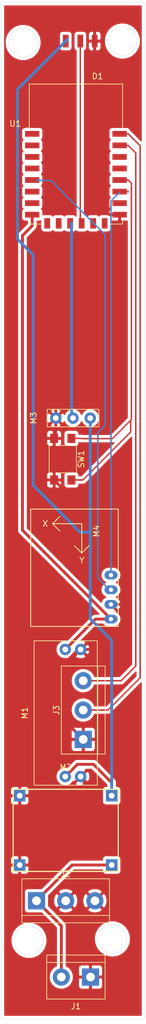
<source format=kicad_pcb>
(kicad_pcb (version 20171130) (host pcbnew "(5.1.6)-1")

  (general
    (thickness 1.6)
    (drawings 8)
    (tracks 103)
    (zones 0)
    (modules 10)
    (nets 25)
  )

  (page A4)
  (layers
    (0 F.Cu signal)
    (31 B.Cu signal)
    (32 B.Adhes user)
    (33 F.Adhes user)
    (34 B.Paste user)
    (35 F.Paste user)
    (36 B.SilkS user)
    (37 F.SilkS user)
    (38 B.Mask user)
    (39 F.Mask user)
    (40 Dwgs.User user)
    (41 Cmts.User user)
    (42 Eco1.User user)
    (43 Eco2.User user)
    (44 Edge.Cuts user)
    (45 Margin user)
    (46 B.CrtYd user)
    (47 F.CrtYd user)
    (48 B.Fab user)
    (49 F.Fab user)
  )

  (setup
    (last_trace_width 0.25)
    (trace_clearance 0.2)
    (zone_clearance 0.508)
    (zone_45_only no)
    (trace_min 0.2)
    (via_size 0.8)
    (via_drill 0.4)
    (via_min_size 0.4)
    (via_min_drill 0.3)
    (uvia_size 0.3)
    (uvia_drill 0.1)
    (uvias_allowed no)
    (uvia_min_size 0.2)
    (uvia_min_drill 0.1)
    (edge_width 0.05)
    (segment_width 0.2)
    (pcb_text_width 0.3)
    (pcb_text_size 1.5 1.5)
    (mod_edge_width 0.12)
    (mod_text_size 1 1)
    (mod_text_width 0.15)
    (pad_size 2 2)
    (pad_drill 1)
    (pad_to_mask_clearance 0.05)
    (aux_axis_origin 0 0)
    (visible_elements 7FFFF7FF)
    (pcbplotparams
      (layerselection 0x010f0_ffffffff)
      (usegerberextensions true)
      (usegerberattributes true)
      (usegerberadvancedattributes true)
      (creategerberjobfile true)
      (excludeedgelayer true)
      (linewidth 0.100000)
      (plotframeref false)
      (viasonmask false)
      (mode 1)
      (useauxorigin false)
      (hpglpennumber 1)
      (hpglpenspeed 20)
      (hpglpendiameter 15.000000)
      (psnegative false)
      (psa4output false)
      (plotreference true)
      (plotvalue false)
      (plotinvisibletext false)
      (padsonsilk false)
      (subtractmaskfromsilk false)
      (outputformat 1)
      (mirror false)
      (drillshape 0)
      (scaleselection 1)
      (outputdirectory "Gerber_Files/"))
  )

  (net 0 "")
  (net 1 GND)
  (net 2 VCC)
  (net 3 "Net-(J3-Pad3)")
  (net 4 "Net-(J3-Pad2)")
  (net 5 "Net-(M4-Pad4)")
  (net 6 "Net-(M4-Pad3)")
  (net 7 "Net-(M1-Pad3)")
  (net 8 "Net-(SW1-Pad1)")
  (net 9 "Net-(U1-Pad1)")
  (net 10 "Net-(U1-Pad2)")
  (net 11 "Net-(U1-Pad3)")
  (net 12 "Net-(U1-Pad4)")
  (net 13 "Net-(U1-Pad6)")
  (net 14 "Net-(U1-Pad7)")
  (net 15 "Net-(U1-Pad9)")
  (net 16 "Net-(U1-Pad10)")
  (net 17 "Net-(U1-Pad13)")
  (net 18 "Net-(U1-Pad14)")
  (net 19 "Net-(U1-Pad16)")
  (net 20 "Net-(U1-Pad19)")
  (net 21 "Net-(U1-Pad20)")
  (net 22 "Net-(D1-Pad3)")
  (net 23 "Net-(M3-Pad2)")
  (net 24 "Net-(D1-Pad2)")

  (net_class Default "This is the default net class."
    (clearance 0.2)
    (trace_width 0.25)
    (via_dia 0.8)
    (via_drill 0.4)
    (uvia_dia 0.3)
    (uvia_drill 0.1)
    (add_net GND)
    (add_net "Net-(D1-Pad2)")
    (add_net "Net-(D1-Pad3)")
    (add_net "Net-(J3-Pad2)")
    (add_net "Net-(J3-Pad3)")
    (add_net "Net-(M1-Pad3)")
    (add_net "Net-(M3-Pad2)")
    (add_net "Net-(M4-Pad3)")
    (add_net "Net-(M4-Pad4)")
    (add_net "Net-(SW1-Pad1)")
    (add_net "Net-(U1-Pad1)")
    (add_net "Net-(U1-Pad10)")
    (add_net "Net-(U1-Pad13)")
    (add_net "Net-(U1-Pad14)")
    (add_net "Net-(U1-Pad16)")
    (add_net "Net-(U1-Pad19)")
    (add_net "Net-(U1-Pad2)")
    (add_net "Net-(U1-Pad20)")
    (add_net "Net-(U1-Pad3)")
    (add_net "Net-(U1-Pad4)")
    (add_net "Net-(U1-Pad6)")
    (add_net "Net-(U1-Pad7)")
    (add_net "Net-(U1-Pad9)")
    (add_net VCC)
  )

  (module LightProyect:DC_DC_5V_3V_module (layer F.Cu) (tedit 5EED36A0) (tstamp 5EED8852)
    (at 110.236 165.354)
    (path /5EE9F569)
    (fp_text reference M2 (at 0 -10.922) (layer F.SilkS)
      (effects (font (size 1 1) (thickness 0.15)))
    )
    (fp_text value DC_DC_3_5_module (at 0 11.43) (layer F.Fab)
      (effects (font (size 1 1) (thickness 0.15)))
    )
    (fp_line (start 9.1 7) (end 9.1 -7) (layer F.Fab) (width 0.12))
    (fp_line (start -9.1 7) (end -9.1 -7) (layer F.Fab) (width 0.12))
    (fp_line (start -9 -7.1) (end 9 -7.1) (layer F.Fab) (width 0.12))
    (fp_line (start -9 7) (end 9 7) (layer F.Fab) (width 0.12))
    (fp_line (start -9.144 7.112) (end -9.144 -7.112) (layer F.SilkS) (width 0.2))
    (fp_line (start 9.144 7.112) (end 9.144 -7.112) (layer F.SilkS) (width 0.2))
    (fp_line (start 9.144 -7.112) (end -9.144 -7.112) (layer F.SilkS) (width 0.2))
    (fp_line (start 9.144 7.112) (end -9.144 7.112) (layer F.SilkS) (width 0.2))
    (pad 4 thru_hole rect (at -8 -6) (size 2 2) (drill 1) (layers *.Cu *.Mask)
      (net 1 GND))
    (pad 3 thru_hole rect (at 8 -6) (size 2 2) (drill 1) (layers *.Cu *.Mask)
      (net 22 "Net-(D1-Pad3)"))
    (pad 1 thru_hole rect (at 8 6) (size 2 2) (drill 1) (layers *.Cu *.Mask)
      (net 2 VCC))
    (pad 2 thru_hole rect (at -8 6) (size 2 2) (drill 1) (layers *.Cu *.Mask F.Adhes)
      (net 1 GND))
  )

  (module LightProyect:Neopixel (layer F.Cu) (tedit 5EED2E9F) (tstamp 5EED87F5)
    (at 115.776 28.702 180)
    (path /5EF06E3B)
    (fp_text reference D1 (at 0 -6.096) (layer F.SilkS)
      (effects (font (size 1 1) (thickness 0.15)))
    )
    (fp_text value NeoPixel_THT (at 3.048 4.318) (layer F.Fab)
      (effects (font (size 1 1) (thickness 0.15)))
    )
    (pad 1 smd rect (at 0.5 0 180) (size 1 2.2) (layers F.Cu F.Paste F.Mask)
      (net 1 GND))
    (pad 2 smd rect (at 3 0 180) (size 1 2.2) (layers F.Cu F.Paste F.Mask)
      (net 24 "Net-(D1-Pad2)"))
    (pad 3 smd rect (at 5.53 0 180) (size 1 2.2) (layers F.Cu F.Paste F.Mask)
      (net 22 "Net-(D1-Pad3)"))
  )

  (module TerminalBlock:TerminalBlock_bornier-2_P5.08mm (layer F.Cu) (tedit 59FF03AB) (tstamp 5EF0DC3D)
    (at 114.554 190.754 180)
    (descr "simple 2-pin terminal block, pitch 5.08mm, revamped version of bornier2")
    (tags "terminal block bornier2")
    (path /5EECC20A)
    (fp_text reference J1 (at 2.54 -5.08) (layer F.SilkS)
      (effects (font (size 1 1) (thickness 0.15)))
    )
    (fp_text value Screw_Terminal_01x02 (at 2.54 5.08) (layer F.Fab)
      (effects (font (size 1 1) (thickness 0.15)))
    )
    (fp_line (start -2.41 2.55) (end 7.49 2.55) (layer F.Fab) (width 0.1))
    (fp_line (start -2.46 -3.75) (end -2.46 3.75) (layer F.Fab) (width 0.1))
    (fp_line (start -2.46 3.75) (end 7.54 3.75) (layer F.Fab) (width 0.1))
    (fp_line (start 7.54 3.75) (end 7.54 -3.75) (layer F.Fab) (width 0.1))
    (fp_line (start 7.54 -3.75) (end -2.46 -3.75) (layer F.Fab) (width 0.1))
    (fp_line (start 7.62 2.54) (end -2.54 2.54) (layer F.SilkS) (width 0.12))
    (fp_line (start 7.62 3.81) (end 7.62 -3.81) (layer F.SilkS) (width 0.12))
    (fp_line (start 7.62 -3.81) (end -2.54 -3.81) (layer F.SilkS) (width 0.12))
    (fp_line (start -2.54 -3.81) (end -2.54 3.81) (layer F.SilkS) (width 0.12))
    (fp_line (start -2.54 3.81) (end 7.62 3.81) (layer F.SilkS) (width 0.12))
    (fp_line (start -2.71 -4) (end 7.79 -4) (layer F.CrtYd) (width 0.05))
    (fp_line (start -2.71 -4) (end -2.71 4) (layer F.CrtYd) (width 0.05))
    (fp_line (start 7.79 4) (end 7.79 -4) (layer F.CrtYd) (width 0.05))
    (fp_line (start 7.79 4) (end -2.71 4) (layer F.CrtYd) (width 0.05))
    (fp_text user %R (at 2.54 0) (layer F.Fab)
      (effects (font (size 1 1) (thickness 0.15)))
    )
    (pad 1 thru_hole rect (at 0 0 180) (size 3 3) (drill 1.52) (layers *.Cu *.Mask)
      (net 1 GND))
    (pad 2 thru_hole circle (at 5.08 0 180) (size 3 3) (drill 1.52) (layers *.Cu *.Mask)
      (net 2 VCC))
    (model ${KISYS3DMOD}/TerminalBlock.3dshapes/TerminalBlock_bornier-2_P5.08mm.wrl
      (offset (xyz 2.539999961853027 0 0))
      (scale (xyz 1 1 1))
      (rotate (xyz 0 0 0))
    )
  )

  (module TerminalBlock:TerminalBlock_bornier-3_P5.08mm (layer F.Cu) (tedit 59FF03B9) (tstamp 5EED8820)
    (at 105.156 177.546)
    (descr "simple 3-pin terminal block, pitch 5.08mm, revamped version of bornier3")
    (tags "terminal block bornier3")
    (path /5EF4A436)
    (fp_text reference J2 (at 5.05 -4.65) (layer F.SilkS)
      (effects (font (size 1 1) (thickness 0.15)))
    )
    (fp_text value AudioJack2_SwitchT (at 5.08 5.08) (layer F.Fab)
      (effects (font (size 1 1) (thickness 0.15)))
    )
    (fp_line (start 12.88 4) (end -2.72 4) (layer F.CrtYd) (width 0.05))
    (fp_line (start 12.88 4) (end 12.88 -4) (layer F.CrtYd) (width 0.05))
    (fp_line (start -2.72 -4) (end -2.72 4) (layer F.CrtYd) (width 0.05))
    (fp_line (start -2.72 -4) (end 12.88 -4) (layer F.CrtYd) (width 0.05))
    (fp_line (start -2.54 3.81) (end 12.7 3.81) (layer F.SilkS) (width 0.12))
    (fp_line (start -2.54 -3.81) (end 12.7 -3.81) (layer F.SilkS) (width 0.12))
    (fp_line (start -2.54 2.54) (end 12.7 2.54) (layer F.SilkS) (width 0.12))
    (fp_line (start 12.7 3.81) (end 12.7 -3.81) (layer F.SilkS) (width 0.12))
    (fp_line (start -2.54 3.81) (end -2.54 -3.81) (layer F.SilkS) (width 0.12))
    (fp_line (start -2.47 3.75) (end -2.47 -3.75) (layer F.Fab) (width 0.1))
    (fp_line (start 12.63 3.75) (end -2.47 3.75) (layer F.Fab) (width 0.1))
    (fp_line (start 12.63 -3.75) (end 12.63 3.75) (layer F.Fab) (width 0.1))
    (fp_line (start -2.47 -3.75) (end 12.63 -3.75) (layer F.Fab) (width 0.1))
    (fp_line (start -2.47 2.55) (end 12.63 2.55) (layer F.Fab) (width 0.1))
    (fp_text user %R (at 5.08 0) (layer F.Fab)
      (effects (font (size 1 1) (thickness 0.15)))
    )
    (pad 3 thru_hole circle (at 10.16 0) (size 3 3) (drill 1.52) (layers *.Cu *.Mask)
      (net 1 GND))
    (pad 2 thru_hole circle (at 5.08 0) (size 3 3) (drill 1.52) (layers *.Cu *.Mask)
      (net 1 GND))
    (pad 1 thru_hole rect (at 0 0) (size 3 3) (drill 1.52) (layers *.Cu *.Mask)
      (net 2 VCC))
    (model ${KISYS3DMOD}/TerminalBlock.3dshapes/TerminalBlock_bornier-3_P5.08mm.wrl
      (offset (xyz 5.079999923706055 0 0))
      (scale (xyz 1 1 1))
      (rotate (xyz 0 0 0))
    )
  )

  (module TerminalBlock:TerminalBlock_bornier-3_P5.08mm (layer F.Cu) (tedit 59FF03B9) (tstamp 5EED8836)
    (at 113.284 149.606 90)
    (descr "simple 3-pin terminal block, pitch 5.08mm, revamped version of bornier3")
    (tags "terminal block bornier3")
    (path /5EEC38D8)
    (fp_text reference J3 (at 5.05 -4.65 90) (layer F.SilkS)
      (effects (font (size 1 1) (thickness 0.15)))
    )
    (fp_text value Screw_Terminal_01x03 (at 5.08 5.08 90) (layer F.Fab)
      (effects (font (size 1 1) (thickness 0.15)))
    )
    (fp_line (start -2.47 2.55) (end 12.63 2.55) (layer F.Fab) (width 0.1))
    (fp_line (start -2.47 -3.75) (end 12.63 -3.75) (layer F.Fab) (width 0.1))
    (fp_line (start 12.63 -3.75) (end 12.63 3.75) (layer F.Fab) (width 0.1))
    (fp_line (start 12.63 3.75) (end -2.47 3.75) (layer F.Fab) (width 0.1))
    (fp_line (start -2.47 3.75) (end -2.47 -3.75) (layer F.Fab) (width 0.1))
    (fp_line (start -2.54 3.81) (end -2.54 -3.81) (layer F.SilkS) (width 0.12))
    (fp_line (start 12.7 3.81) (end 12.7 -3.81) (layer F.SilkS) (width 0.12))
    (fp_line (start -2.54 2.54) (end 12.7 2.54) (layer F.SilkS) (width 0.12))
    (fp_line (start -2.54 -3.81) (end 12.7 -3.81) (layer F.SilkS) (width 0.12))
    (fp_line (start -2.54 3.81) (end 12.7 3.81) (layer F.SilkS) (width 0.12))
    (fp_line (start -2.72 -4) (end 12.88 -4) (layer F.CrtYd) (width 0.05))
    (fp_line (start -2.72 -4) (end -2.72 4) (layer F.CrtYd) (width 0.05))
    (fp_line (start 12.88 4) (end 12.88 -4) (layer F.CrtYd) (width 0.05))
    (fp_line (start 12.88 4) (end -2.72 4) (layer F.CrtYd) (width 0.05))
    (fp_text user %R (at 5.08 0 90) (layer F.Fab)
      (effects (font (size 1 1) (thickness 0.15)))
    )
    (pad 1 thru_hole rect (at 0 0 90) (size 3 3) (drill 1.52) (layers *.Cu *.Mask)
      (net 1 GND))
    (pad 2 thru_hole circle (at 5.08 0 90) (size 3 3) (drill 1.52) (layers *.Cu *.Mask)
      (net 4 "Net-(J3-Pad2)"))
    (pad 3 thru_hole circle (at 10.16 0 90) (size 3 3) (drill 1.52) (layers *.Cu *.Mask)
      (net 3 "Net-(J3-Pad3)"))
    (model ${KISYS3DMOD}/TerminalBlock.3dshapes/TerminalBlock_bornier-3_P5.08mm.wrl
      (offset (xyz 5.079999923706055 0 0))
      (scale (xyz 1 1 1))
      (rotate (xyz 0 0 0))
    )
  )

  (module LightProyect:YP8AMS1117_5v_3_3_V (layer F.Cu) (tedit 5EED3965) (tstamp 5EED8842)
    (at 110.236 145.034 90)
    (path /5EEA2C27)
    (fp_text reference M1 (at 0 -7.112 90) (layer F.SilkS)
      (effects (font (size 1 1) (thickness 0.15)))
    )
    (fp_text value Regulator_x_3_3 (at 0.508 -9.144 90) (layer F.Fab)
      (effects (font (size 1 1) (thickness 0.15)))
    )
    (fp_line (start 12.5 -5.5) (end 12.5 5.5) (layer F.SilkS) (width 0.12))
    (fp_line (start -12.5 -5.5) (end -12.5 5.5) (layer F.SilkS) (width 0.12))
    (fp_line (start -12.5 5.5) (end 12.5 5.5) (layer F.SilkS) (width 0.12))
    (fp_line (start -12.5 -5.5) (end 12.5 -5.5) (layer F.SilkS) (width 0.12))
    (pad 3 thru_hole circle (at 11 -0.08 90) (size 2 2) (drill 1) (layers *.Cu *.Mask)
      (net 7 "Net-(M1-Pad3)"))
    (pad 4 thru_hole circle (at 11 2.6 90) (size 2 2) (drill 1) (layers *.Cu *.Mask)
      (net 1 GND))
    (pad 2 thru_hole circle (at -11 2.6 90) (size 2 2) (drill 1) (layers *.Cu *.Mask)
      (net 1 GND))
    (pad 1 thru_hole circle (at -11 -0.08 90) (size 2 2) (drill 1) (layers *.Cu *.Mask)
      (net 22 "Net-(D1-Pad3)"))
  )

  (module LightProyect:Audio_Senso_module (layer F.Cu) (tedit 5EED2DCE) (tstamp 5EED885D)
    (at 111.506 93.98 90)
    (path /5EED2E37)
    (fp_text reference M3 (at 0 -6.858 90) (layer F.SilkS)
      (effects (font (size 1 1) (thickness 0.15)))
    )
    (fp_text value AudioModule (at 0 6.604 90) (layer F.Fab)
      (effects (font (size 1 1) (thickness 0.15)))
    )
    (fp_line (start -1.5 -4.5) (end -1.5 4.5) (layer F.SilkS) (width 0.12))
    (fp_line (start 1.524 -4.5) (end 1.524 4.5) (layer F.SilkS) (width 0.12))
    (fp_line (start -1.5 -4.5) (end 1.524 -4.5) (layer F.SilkS) (width 0.12))
    (fp_line (start -1.5 4.5) (end 1.524 4.5) (layer F.SilkS) (width 0.12))
    (pad 2 thru_hole circle (at 0 0 90) (size 2 2) (drill 1) (layers *.Cu *.Mask)
      (net 23 "Net-(M3-Pad2)"))
    (pad 3 thru_hole circle (at 0 -3 90) (size 2 2) (drill 1) (layers *.Cu *.Mask)
      (net 1 GND))
    (pad 1 thru_hole circle (at 0 3 90) (size 2 2) (drill 1) (layers *.Cu *.Mask)
      (net 22 "Net-(D1-Pad3)"))
  )

  (module LightProyect:GY-521 (layer F.Cu) (tedit 5EED2DED) (tstamp 5EED8871)
    (at 119.38 130.048 90)
    (path /5EEA9A03)
    (fp_text reference M4 (at 16.51 -3.81 90) (layer F.SilkS)
      (effects (font (size 1 1) (thickness 0.15)))
    )
    (fp_text value MPU6050_lite (at 3.81 -12.7 90) (layer F.Fab)
      (effects (font (size 1 1) (thickness 0.15)))
    )
    (fp_line (start 17.78 -11.43) (end 19.05 -10.16) (layer F.SilkS) (width 0.15))
    (fp_line (start 16.51 -10.16) (end 17.78 -11.43) (layer F.SilkS) (width 0.15))
    (fp_line (start 17.78 -11.43) (end 17.78 -6.35) (layer F.SilkS) (width 0.15))
    (fp_line (start 17.78 -6.35) (end 12.7 -6.35) (layer F.SilkS) (width 0.15))
    (fp_line (start 12.7 -6.35) (end 13.97 -5.08) (layer F.SilkS) (width 0.15))
    (fp_line (start 13.97 -7.62) (end 12.7 -6.35) (layer F.SilkS) (width 0.15))
    (fp_line (start 0 0) (end 0 -15.24) (layer F.SilkS) (width 0.15))
    (fp_line (start 20.32 0) (end 0 0) (layer F.SilkS) (width 0.15))
    (fp_line (start 20.32 -15.24) (end 20.32 0) (layer F.SilkS) (width 0.15))
    (fp_line (start 0 -15.24) (end 20.32 -15.24) (layer F.SilkS) (width 0.15))
    (fp_text user X (at 17.78 -12.7) (layer F.SilkS)
      (effects (font (size 1 1) (thickness 0.15)))
    )
    (fp_text user Y (at 11.43 -6.35) (layer F.SilkS)
      (effects (font (size 1 1) (thickness 0.15)))
    )
    (pad 4 thru_hole oval (at 8.89 -1.27 90) (size 1.524 2.268) (drill 0.762) (layers *.Cu *.Mask)
      (net 5 "Net-(M4-Pad4)"))
    (pad 3 thru_hole oval (at 6.35 -1.27 90) (size 1.524 2.268) (drill 0.762) (layers *.Cu *.Mask)
      (net 6 "Net-(M4-Pad3)"))
    (pad 2 thru_hole oval (at 3.81 -1.27 90) (size 1.524 2.268) (drill 0.762) (layers *.Cu *.Mask)
      (net 1 GND))
    (pad 1 thru_hole oval (at 1.27 -1.27 90) (size 1.524 2.268) (drill 0.762) (layers *.Cu *.Mask)
      (net 7 "Net-(M1-Pad3)"))
  )

  (module Button_Switch_SMD:SW_SPST_TL3305C (layer F.Cu) (tedit 5ABC3ACB) (tstamp 5EED889B)
    (at 109.728 101.092 270)
    (descr https://www.e-switch.com/system/asset/product_line/data_sheet/213/TL3305.pdf)
    (tags "TL3305 Series Tact Switch")
    (path /5EEBFDC3)
    (attr smd)
    (fp_text reference SW1 (at 0 -3.2 90) (layer F.SilkS)
      (effects (font (size 1 1) (thickness 0.15)))
    )
    (fp_text value SW_Push (at 0 3.2 90) (layer F.Fab)
      (effects (font (size 1 1) (thickness 0.15)))
    )
    (fp_line (start -3 1.15) (end -3 1.85) (layer F.Fab) (width 0.1))
    (fp_line (start -3 -1.85) (end -3 -1.15) (layer F.Fab) (width 0.1))
    (fp_line (start 3 1.15) (end 3 1.85) (layer F.Fab) (width 0.1))
    (fp_line (start 3 -1.85) (end 3 -1.15) (layer F.Fab) (width 0.1))
    (fp_line (start -3.75 1.85) (end -2.25 1.85) (layer F.Fab) (width 0.1))
    (fp_line (start -3.75 1.15) (end -3.75 1.85) (layer F.Fab) (width 0.1))
    (fp_line (start -2.25 1.15) (end -3.75 1.15) (layer F.Fab) (width 0.1))
    (fp_line (start -3.75 -1.15) (end -2.25 -1.15) (layer F.Fab) (width 0.1))
    (fp_line (start -3.75 -1.85) (end -3.75 -1.15) (layer F.Fab) (width 0.1))
    (fp_line (start -2.25 -1.85) (end -3.75 -1.85) (layer F.Fab) (width 0.1))
    (fp_line (start 3.75 1.85) (end 2.25 1.85) (layer F.Fab) (width 0.1))
    (fp_line (start 3.75 1.15) (end 3.75 1.85) (layer F.Fab) (width 0.1))
    (fp_line (start 2.25 1.15) (end 3.75 1.15) (layer F.Fab) (width 0.1))
    (fp_line (start 3.75 -1.85) (end 2.25 -1.85) (layer F.Fab) (width 0.1))
    (fp_line (start 3.75 -1.15) (end 3.75 -1.85) (layer F.Fab) (width 0.1))
    (fp_line (start 2.25 -1.15) (end 3.75 -1.15) (layer F.Fab) (width 0.1))
    (fp_circle (center 0 0) (end 1.25 0) (layer F.Fab) (width 0.1))
    (fp_line (start -2.25 2.25) (end -2.25 -2.25) (layer F.Fab) (width 0.1))
    (fp_line (start 2.25 2.25) (end -2.25 2.25) (layer F.Fab) (width 0.1))
    (fp_line (start 2.25 -2.25) (end 2.25 2.25) (layer F.Fab) (width 0.1))
    (fp_line (start -2.25 -2.25) (end 2.25 -2.25) (layer F.Fab) (width 0.1))
    (fp_line (start -2.37 -2.37) (end 2.37 -2.37) (layer F.SilkS) (width 0.12))
    (fp_line (start -2.37 -2.37) (end -2.37 -1.97) (layer F.SilkS) (width 0.12))
    (fp_line (start 2.37 -2.37) (end 2.37 -1.97) (layer F.SilkS) (width 0.12))
    (fp_line (start -2.37 2.37) (end -2.37 1.97) (layer F.SilkS) (width 0.12))
    (fp_line (start -2.37 2.37) (end 2.37 2.37) (layer F.SilkS) (width 0.12))
    (fp_line (start 2.37 2.37) (end 2.37 1.97) (layer F.SilkS) (width 0.12))
    (fp_line (start 2.37 1.03) (end 2.37 -1.03) (layer F.SilkS) (width 0.12))
    (fp_line (start -2.37 1.03) (end -2.37 -1.03) (layer F.SilkS) (width 0.12))
    (fp_line (start 4.65 -2.5) (end 4.65 2.5) (layer F.CrtYd) (width 0.05))
    (fp_line (start 4.65 2.5) (end -4.65 2.5) (layer F.CrtYd) (width 0.05))
    (fp_line (start -4.65 2.5) (end -4.65 -2.5) (layer F.CrtYd) (width 0.05))
    (fp_line (start -4.65 -2.5) (end 4.65 -2.5) (layer F.CrtYd) (width 0.05))
    (fp_text user %R (at 0 0 90) (layer F.Fab)
      (effects (font (size 0.5 0.5) (thickness 0.075)))
    )
    (pad 1 smd rect (at 3.6 -1.5 270) (size 1.6 1.4) (layers F.Cu F.Paste F.Mask)
      (net 8 "Net-(SW1-Pad1)"))
    (pad 1 smd rect (at -3.6 -1.5 270) (size 1.6 1.4) (layers F.Cu F.Paste F.Mask)
      (net 8 "Net-(SW1-Pad1)"))
    (pad 2 smd rect (at 3.6 1.5 270) (size 1.6 1.4) (layers F.Cu F.Paste F.Mask)
      (net 1 GND))
    (pad 2 smd rect (at -3.6 1.5 270) (size 1.6 1.4) (layers F.Cu F.Paste F.Mask)
      (net 1 GND))
    (model ${KISYS3DMOD}/Button_Switch_SMD.3dshapes/SW_SPST_TL3305C.wrl
      (at (xyz 0 0 0))
      (scale (xyz 1 1 1))
      (rotate (xyz 0 0 0))
    )
  )

  (module RF_Module:ESP-12E (layer F.Cu) (tedit 5A030172) (tstamp 5EED88D6)
    (at 112.014 48.26)
    (descr "Wi-Fi Module, http://wiki.ai-thinker.com/_media/esp8266/docs/aithinker_esp_12f_datasheet_en.pdf")
    (tags "Wi-Fi Module")
    (path /5EE9A169)
    (attr smd)
    (fp_text reference U1 (at -10.56 -5.26) (layer F.SilkS)
      (effects (font (size 1 1) (thickness 0.15)))
    )
    (fp_text value ESP-12E (at -0.06 -12.78) (layer F.Fab)
      (effects (font (size 1 1) (thickness 0.15)))
    )
    (fp_line (start -8 -12) (end 8 -12) (layer F.Fab) (width 0.12))
    (fp_line (start 8 -12) (end 8 12) (layer F.Fab) (width 0.12))
    (fp_line (start 8 12) (end -8 12) (layer F.Fab) (width 0.12))
    (fp_line (start -8 12) (end -8 -3) (layer F.Fab) (width 0.12))
    (fp_line (start -8 -3) (end -7.5 -3.5) (layer F.Fab) (width 0.12))
    (fp_line (start -7.5 -3.5) (end -8 -4) (layer F.Fab) (width 0.12))
    (fp_line (start -8 -4) (end -8 -12) (layer F.Fab) (width 0.12))
    (fp_line (start -9.05 -12.2) (end 9.05 -12.2) (layer F.CrtYd) (width 0.05))
    (fp_line (start 9.05 -12.2) (end 9.05 13.1) (layer F.CrtYd) (width 0.05))
    (fp_line (start 9.05 13.1) (end -9.05 13.1) (layer F.CrtYd) (width 0.05))
    (fp_line (start -9.05 13.1) (end -9.05 -12.2) (layer F.CrtYd) (width 0.05))
    (fp_line (start -8.12 -12.12) (end 8.12 -12.12) (layer F.SilkS) (width 0.12))
    (fp_line (start 8.12 -12.12) (end 8.12 -4.5) (layer F.SilkS) (width 0.12))
    (fp_line (start 8.12 11.5) (end 8.12 12.12) (layer F.SilkS) (width 0.12))
    (fp_line (start 8.12 12.12) (end 6 12.12) (layer F.SilkS) (width 0.12))
    (fp_line (start -6 12.12) (end -8.12 12.12) (layer F.SilkS) (width 0.12))
    (fp_line (start -8.12 12.12) (end -8.12 11.5) (layer F.SilkS) (width 0.12))
    (fp_line (start -8.12 -4.5) (end -8.12 -12.12) (layer F.SilkS) (width 0.12))
    (fp_line (start -8.12 -4.5) (end -8.73 -4.5) (layer F.SilkS) (width 0.12))
    (fp_line (start -8.12 -12.12) (end 8.12 -12.12) (layer Dwgs.User) (width 0.12))
    (fp_line (start 8.12 -12.12) (end 8.12 -4.8) (layer Dwgs.User) (width 0.12))
    (fp_line (start 8.12 -4.8) (end -8.12 -4.8) (layer Dwgs.User) (width 0.12))
    (fp_line (start -8.12 -4.8) (end -8.12 -12.12) (layer Dwgs.User) (width 0.12))
    (fp_line (start -8.12 -9.12) (end -5.12 -12.12) (layer Dwgs.User) (width 0.12))
    (fp_line (start -8.12 -6.12) (end -2.12 -12.12) (layer Dwgs.User) (width 0.12))
    (fp_line (start -6.44 -4.8) (end 0.88 -12.12) (layer Dwgs.User) (width 0.12))
    (fp_line (start -3.44 -4.8) (end 3.88 -12.12) (layer Dwgs.User) (width 0.12))
    (fp_line (start -0.44 -4.8) (end 6.88 -12.12) (layer Dwgs.User) (width 0.12))
    (fp_line (start 2.56 -4.8) (end 8.12 -10.36) (layer Dwgs.User) (width 0.12))
    (fp_line (start 5.56 -4.8) (end 8.12 -7.36) (layer Dwgs.User) (width 0.12))
    (fp_text user Antenna (at -0.06 -7 180) (layer Cmts.User)
      (effects (font (size 1 1) (thickness 0.15)))
    )
    (fp_text user "KEEP-OUT ZONE" (at 0.03 -9.55 180) (layer Cmts.User)
      (effects (font (size 1 1) (thickness 0.15)))
    )
    (fp_text user %R (at 0.49 -0.8) (layer F.Fab)
      (effects (font (size 1 1) (thickness 0.15)))
    )
    (pad 1 smd rect (at -7.6 -3.5) (size 2.5 1) (layers F.Cu F.Paste F.Mask)
      (net 9 "Net-(U1-Pad1)"))
    (pad 2 smd rect (at -7.6 -1.5) (size 2.5 1) (layers F.Cu F.Paste F.Mask)
      (net 10 "Net-(U1-Pad2)"))
    (pad 3 smd rect (at -7.6 0.5) (size 2.5 1) (layers F.Cu F.Paste F.Mask)
      (net 11 "Net-(U1-Pad3)"))
    (pad 4 smd rect (at -7.6 2.5) (size 2.5 1) (layers F.Cu F.Paste F.Mask)
      (net 12 "Net-(U1-Pad4)"))
    (pad 5 smd rect (at -7.6 4.5) (size 2.5 1) (layers F.Cu F.Paste F.Mask)
      (net 6 "Net-(M4-Pad3)"))
    (pad 6 smd rect (at -7.6 6.5) (size 2.5 1) (layers F.Cu F.Paste F.Mask)
      (net 13 "Net-(U1-Pad6)"))
    (pad 7 smd rect (at -7.6 8.5) (size 2.5 1) (layers F.Cu F.Paste F.Mask)
      (net 14 "Net-(U1-Pad7)"))
    (pad 8 smd rect (at -7.6 10.5) (size 2.5 1) (layers F.Cu F.Paste F.Mask)
      (net 7 "Net-(M1-Pad3)"))
    (pad 9 smd rect (at -5 12) (size 1 1.8) (layers F.Cu F.Paste F.Mask)
      (net 15 "Net-(U1-Pad9)"))
    (pad 10 smd rect (at -3 12) (size 1 1.8) (layers F.Cu F.Paste F.Mask)
      (net 16 "Net-(U1-Pad10)"))
    (pad 11 smd rect (at -1 12) (size 1 1.8) (layers F.Cu F.Paste F.Mask)
      (net 23 "Net-(M3-Pad2)"))
    (pad 12 smd rect (at 1 12) (size 1 1.8) (layers F.Cu F.Paste F.Mask)
      (net 24 "Net-(D1-Pad2)"))
    (pad 13 smd rect (at 3 12) (size 1 1.8) (layers F.Cu F.Paste F.Mask)
      (net 17 "Net-(U1-Pad13)"))
    (pad 14 smd rect (at 5 12) (size 1 1.8) (layers F.Cu F.Paste F.Mask)
      (net 18 "Net-(U1-Pad14)"))
    (pad 15 smd rect (at 7.6 10.5) (size 2.5 1) (layers F.Cu F.Paste F.Mask)
      (net 1 GND))
    (pad 16 smd rect (at 7.6 8.5) (size 2.5 1) (layers F.Cu F.Paste F.Mask)
      (net 19 "Net-(U1-Pad16)"))
    (pad 17 smd rect (at 7.6 6.5) (size 2.5 1) (layers F.Cu F.Paste F.Mask)
      (net 5 "Net-(M4-Pad4)"))
    (pad 18 smd rect (at 7.6 4.5) (size 2.5 1) (layers F.Cu F.Paste F.Mask)
      (net 8 "Net-(SW1-Pad1)"))
    (pad 19 smd rect (at 7.6 2.5) (size 2.5 1) (layers F.Cu F.Paste F.Mask)
      (net 20 "Net-(U1-Pad19)"))
    (pad 20 smd rect (at 7.6 0.5) (size 2.5 1) (layers F.Cu F.Paste F.Mask)
      (net 21 "Net-(U1-Pad20)"))
    (pad 21 smd rect (at 7.6 -1.5) (size 2.5 1) (layers F.Cu F.Paste F.Mask)
      (net 3 "Net-(J3-Pad3)"))
    (pad 22 smd rect (at 7.6 -3.5) (size 2.5 1) (layers F.Cu F.Paste F.Mask)
      (net 4 "Net-(J3-Pad2)"))
    (model ${KISYS3DMOD}/RF_Module.3dshapes/ESP-12E.wrl
      (at (xyz 0 0 0))
      (scale (xyz 1 1 1))
      (rotate (xyz 0 0 0))
    )
  )

  (gr_circle (center 102.83 28.956) (end 105.33 28.956) (layer Edge.Cuts) (width 0.05) (tstamp 5EF0DD4E))
  (gr_circle (center 120.102 28.702) (end 122.602 28.702) (layer Edge.Cuts) (width 0.05) (tstamp 5EF0DD41))
  (gr_circle (center 118.364 184.15) (end 120.864 184.15) (layer Edge.Cuts) (width 0.05) (tstamp 5EF0DD1B))
  (gr_circle (center 103.846 184.404) (end 106.346 184.404) (layer Edge.Cuts) (width 0.05) (tstamp 5EF0DD0D))
  (gr_line (start 124 22) (end 99 22) (layer Edge.Cuts) (width 0.05))
  (gr_line (start 124 198) (end 124 22) (layer Edge.Cuts) (width 0.05))
  (gr_line (start 99 198) (end 124 198) (layer Edge.Cuts) (width 0.05))
  (gr_line (start 99 22) (end 99 198) (layer Edge.Cuts) (width 0.05))

  (segment (start 112.522 179.832) (end 110.236 177.546) (width 0.5) (layer F.Cu) (net 1))
  (segment (start 114.554 190.754) (end 114.554 180.848) (width 0.5) (layer F.Cu) (net 1))
  (segment (start 114.554 190.754) (end 114.554 191.262) (width 0.25) (layer F.Cu) (net 1))
  (segment (start 114.554 190.754) (end 114.554 181.356) (width 0.25) (layer F.Cu) (net 1))
  (segment (start 112.436 150.454) (end 113.284 149.606) (width 0.25) (layer F.Cu) (net 1))
  (segment (start 102.236 159.354) (end 102.616 159.734) (width 0.25) (layer F.Cu) (net 1))
  (segment (start 102.236 159.354) (end 102.236 171.354) (width 0.5) (layer F.Cu) (net 1))
  (segment (start 112.436 134.034) (end 108.966 137.504) (width 0.5) (layer F.Cu) (net 1))
  (segment (start 108.966 145.288) (end 113.284 149.606) (width 0.5) (layer F.Cu) (net 1))
  (segment (start 108.966 137.504) (end 108.966 145.288) (width 0.5) (layer F.Cu) (net 1))
  (segment (start 102.236 159.354) (end 111.918 159.354) (width 0.5) (layer F.Cu) (net 1))
  (segment (start 113.436 157.836) (end 113.436 156.034) (width 0.5) (layer F.Cu) (net 1))
  (segment (start 111.918 159.354) (end 113.436 157.836) (width 0.5) (layer F.Cu) (net 1))
  (segment (start 112.836 134.034) (end 117.68 134.034) (width 0.5) (layer F.Cu) (net 1))
  (segment (start 117.68 134.034) (end 120.396 131.318) (width 0.5) (layer F.Cu) (net 1))
  (segment (start 120.396 128.524) (end 118.11 126.238) (width 0.5) (layer F.Cu) (net 1))
  (segment (start 120.396 131.318) (end 120.396 128.524) (width 0.5) (layer F.Cu) (net 1))
  (segment (start 108.506 93.98) (end 108.458 93.98) (width 0.25) (layer F.Cu) (net 1))
  (segment (start 108.506 97.214) (end 108.228 97.492) (width 0.25) (layer F.Cu) (net 1))
  (segment (start 108.506 93.98) (end 108.506 97.214) (width 0.5) (layer F.Cu) (net 1))
  (segment (start 120.904 117.368) (end 108.228 104.692) (width 0.5) (layer F.Cu) (net 1))
  (segment (start 118.11 126.238) (end 119.888 126.238) (width 0.5) (layer F.Cu) (net 1))
  (segment (start 120.904 125.222) (end 120.904 117.368) (width 0.5) (layer F.Cu) (net 1))
  (segment (start 119.888 126.238) (end 120.904 125.222) (width 0.5) (layer F.Cu) (net 1))
  (segment (start 108.506 93.98) (end 108.506 79.2) (width 0.5) (layer F.Cu) (net 1))
  (segment (start 119.614 68.092) (end 119.614 58.76) (width 0.5) (layer F.Cu) (net 1))
  (segment (start 108.506 79.2) (end 119.614 68.092) (width 0.5) (layer F.Cu) (net 1))
  (segment (start 115.276 56.172) (end 115.276 28.702) (width 0.5) (layer F.Cu) (net 1))
  (segment (start 117.864 58.76) (end 115.276 56.172) (width 0.5) (layer F.Cu) (net 1))
  (segment (start 119.614 58.76) (end 117.864 58.76) (width 0.5) (layer F.Cu) (net 1))
  (segment (start 113.792 180.086) (end 114.554 180.848) (width 0.5) (layer F.Cu) (net 1))
  (segment (start 112.776 180.086) (end 115.316 177.546) (width 0.5) (layer F.Cu) (net 1))
  (segment (start 112.776 180.086) (end 113.792 180.086) (width 0.5) (layer F.Cu) (net 1))
  (segment (start 107.442 179.832) (end 105.156 177.546) (width 0.5) (layer F.Cu) (net 2))
  (segment (start 111.348 171.354) (end 118.236 171.354) (width 0.5) (layer F.Cu) (net 2))
  (segment (start 105.156 177.546) (end 111.348 171.354) (width 0.5) (layer F.Cu) (net 2))
  (segment (start 109.474 181.864) (end 107.442 179.832) (width 0.5) (layer F.Cu) (net 2))
  (segment (start 109.474 190.754) (end 109.474 181.864) (width 0.5) (layer F.Cu) (net 2))
  (segment (start 121.114 46.76) (end 119.614 46.76) (width 0.25) (layer F.Cu) (net 3))
  (segment (start 122.428 48.074) (end 121.114 46.76) (width 0.25) (layer F.Cu) (net 3))
  (segment (start 122.428 136.906) (end 122.428 48.074) (width 0.25) (layer F.Cu) (net 3))
  (segment (start 119.888 139.446) (end 122.428 136.906) (width 0.25) (layer F.Cu) (net 3))
  (segment (start 113.284 139.446) (end 119.888 139.446) (width 0.25) (layer F.Cu) (net 3))
  (segment (start 121.114 44.76) (end 119.614 44.76) (width 0.25) (layer F.Cu) (net 4))
  (segment (start 123.19 46.836) (end 121.114 44.76) (width 0.25) (layer F.Cu) (net 4))
  (segment (start 123.19 138.938) (end 123.19 136.398) (width 0.25) (layer F.Cu) (net 4))
  (segment (start 117.602 144.526) (end 123.19 138.938) (width 0.25) (layer F.Cu) (net 4))
  (segment (start 113.284 144.526) (end 117.602 144.526) (width 0.25) (layer F.Cu) (net 4))
  (segment (start 123.19 136.652) (end 123.19 136.398) (width 0.25) (layer F.Cu) (net 4))
  (segment (start 123.19 136.398) (end 123.19 46.836) (width 0.25) (layer F.Cu) (net 4))
  (segment (start 121.114 54.76) (end 119.614 54.76) (width 0.25) (layer F.Cu) (net 5))
  (segment (start 121.114 54.76) (end 121.114 54.82) (width 0.25) (layer F.Cu) (net 5))
  (segment (start 118.11 121.158) (end 118.11 56.896) (width 0.25) (layer B.Cu) (net 5))
  (segment (start 118.11 56.896) (end 118.11 56.388) (width 0.25) (layer B.Cu) (net 5))
  (segment (start 118.11 56.388) (end 119.634 54.864) (width 0.25) (layer B.Cu) (net 5))
  (segment (start 118.11 123.698) (end 117.094 123.698) (width 0.25) (layer B.Cu) (net 6))
  (segment (start 118.11 123.698) (end 117.348 123.698) (width 0.25) (layer B.Cu) (net 6))
  (segment (start 107.696 52.832) (end 105.156 52.832) (width 0.25) (layer B.Cu) (net 6))
  (segment (start 117.094 62.23) (end 107.696 52.832) (width 0.25) (layer B.Cu) (net 6))
  (segment (start 115.824 96.52) (end 117.094 95.25) (width 0.25) (layer B.Cu) (net 6))
  (segment (start 117.856 123.698) (end 115.824 121.666) (width 0.25) (layer B.Cu) (net 6))
  (segment (start 118.11 123.698) (end 117.856 123.698) (width 0.25) (layer B.Cu) (net 6))
  (segment (start 115.824 121.666) (end 115.824 96.52) (width 0.25) (layer B.Cu) (net 6))
  (segment (start 117.094 95.25) (end 117.094 62.23) (width 0.25) (layer B.Cu) (net 6))
  (segment (start 115.412 128.778) (end 118.11 128.778) (width 0.5) (layer F.Cu) (net 7))
  (segment (start 110.156 134.034) (end 115.412 128.778) (width 0.5) (layer F.Cu) (net 7))
  (segment (start 102.713999 62.386001) (end 104.414 60.686) (width 0.5) (layer F.Cu) (net 7))
  (segment (start 104.414 60.686) (end 104.414 58.76) (width 0.5) (layer F.Cu) (net 7))
  (segment (start 118.11 128.778) (end 102.713999 113.381999) (width 0.5) (layer F.Cu) (net 7))
  (segment (start 102.713999 113.381999) (end 102.713999 62.386001) (width 0.5) (layer F.Cu) (net 7))
  (segment (start 121.114 52.76) (end 119.614 52.76) (width 0.25) (layer F.Cu) (net 8))
  (segment (start 112.955002 97.492) (end 112.999002 97.536) (width 0.25) (layer F.Cu) (net 8))
  (segment (start 111.228 97.492) (end 112.955002 97.492) (width 0.25) (layer F.Cu) (net 8))
  (segment (start 121.114 52.76) (end 121.666 53.312) (width 0.25) (layer F.Cu) (net 8))
  (segment (start 121.666 53.312) (end 121.666 94.234) (width 0.25) (layer F.Cu) (net 8))
  (segment (start 118.364 97.536) (end 117.348 97.536) (width 0.25) (layer F.Cu) (net 8))
  (segment (start 112.999002 97.536) (end 117.348 97.536) (width 0.25) (layer F.Cu) (net 8))
  (segment (start 117.348 97.536) (end 117.602 97.536) (width 0.25) (layer F.Cu) (net 8))
  (segment (start 111.228 104.692) (end 113.24 104.692) (width 0.25) (layer F.Cu) (net 8))
  (segment (start 121.539 96.393) (end 121.539 94.361) (width 0.25) (layer F.Cu) (net 8))
  (segment (start 113.24 104.692) (end 121.539 96.393) (width 0.25) (layer F.Cu) (net 8))
  (segment (start 121.666 94.234) (end 121.539 94.361) (width 0.25) (layer F.Cu) (net 8))
  (segment (start 121.539 94.361) (end 118.364 97.536) (width 0.25) (layer F.Cu) (net 8))
  (segment (start 109.728 156.462) (end 110.156 156.034) (width 0.25) (layer F.Cu) (net 22))
  (segment (start 110.156 156.034) (end 112.266 153.924) (width 0.5) (layer F.Cu) (net 22))
  (segment (start 112.266 153.924) (end 115.062 153.924) (width 0.5) (layer F.Cu) (net 22))
  (segment (start 118.236 157.098) (end 118.236 159.354) (width 0.5) (layer F.Cu) (net 22))
  (segment (start 115.062 153.924) (end 118.236 157.098) (width 0.5) (layer F.Cu) (net 22))
  (segment (start 118.236 159.354) (end 118.236 132.46) (width 0.5) (layer B.Cu) (net 22))
  (segment (start 118.236 132.46) (end 114.506 128.73) (width 0.5) (layer B.Cu) (net 22))
  (segment (start 114.506 113.744) (end 112.728 113.744) (width 0.5) (layer B.Cu) (net 22))
  (segment (start 114.506 113.744) (end 114.506 93.98) (width 0.5) (layer B.Cu) (net 22))
  (segment (start 114.506 128.73) (end 114.506 113.744) (width 0.5) (layer B.Cu) (net 22))
  (segment (start 104.58099 105.59699) (end 104.58099 65.71899) (width 0.5) (layer B.Cu) (net 22))
  (segment (start 112.728 113.744) (end 104.58099 105.59699) (width 0.5) (layer B.Cu) (net 22))
  (segment (start 104.58099 65.71899) (end 101.854 62.992) (width 0.5) (layer B.Cu) (net 22))
  (segment (start 101.854 62.992) (end 101.854 37.084) (width 0.5) (layer B.Cu) (net 22))
  (segment (start 101.854 37.084) (end 110.49 28.448) (width 0.5) (layer B.Cu) (net 22))
  (segment (start 111.506 93.98) (end 110.998 93.472) (width 0.25) (layer B.Cu) (net 23))
  (segment (start 110.998 93.472) (end 111.252 93.218) (width 0.25) (layer B.Cu) (net 23))
  (segment (start 111.252 93.218) (end 111.252 60.198) (width 0.5) (layer B.Cu) (net 23))
  (segment (start 112.776 60.022) (end 113.014 60.26) (width 0.25) (layer F.Cu) (net 24))
  (segment (start 112.776 28.702) (end 112.776 60.022) (width 0.25) (layer F.Cu) (net 24))

  (zone (net 1) (net_name GND) (layer F.Cu) (tstamp 5EF0E59D) (hatch edge 0.508)
    (connect_pads (clearance 0.508))
    (min_thickness 0.254)
    (fill yes (arc_segments 32) (thermal_gap 0.508) (thermal_bridge_width 0.508))
    (polygon
      (pts
        (xy 124.206 198.628) (xy 98.806 198.882) (xy 98.806 21.59) (xy 124.206 21.59)
      )
    )
    (filled_polygon
      (pts
        (xy 123.340001 45.911199) (xy 121.677804 44.249003) (xy 121.654001 44.219999) (xy 121.538276 44.125026) (xy 121.476634 44.092077)
        (xy 121.453502 44.01582) (xy 121.394537 43.905506) (xy 121.315185 43.808815) (xy 121.218494 43.729463) (xy 121.10818 43.670498)
        (xy 120.988482 43.634188) (xy 120.864 43.621928) (xy 118.364 43.621928) (xy 118.239518 43.634188) (xy 118.11982 43.670498)
        (xy 118.009506 43.729463) (xy 117.912815 43.808815) (xy 117.833463 43.905506) (xy 117.774498 44.01582) (xy 117.738188 44.135518)
        (xy 117.725928 44.26) (xy 117.725928 45.26) (xy 117.738188 45.384482) (xy 117.774498 45.50418) (xy 117.833463 45.614494)
        (xy 117.912815 45.711185) (xy 117.972296 45.76) (xy 117.912815 45.808815) (xy 117.833463 45.905506) (xy 117.774498 46.01582)
        (xy 117.738188 46.135518) (xy 117.725928 46.26) (xy 117.725928 47.26) (xy 117.738188 47.384482) (xy 117.774498 47.50418)
        (xy 117.833463 47.614494) (xy 117.912815 47.711185) (xy 117.972296 47.76) (xy 117.912815 47.808815) (xy 117.833463 47.905506)
        (xy 117.774498 48.01582) (xy 117.738188 48.135518) (xy 117.725928 48.26) (xy 117.725928 49.26) (xy 117.738188 49.384482)
        (xy 117.774498 49.50418) (xy 117.833463 49.614494) (xy 117.912815 49.711185) (xy 117.972296 49.76) (xy 117.912815 49.808815)
        (xy 117.833463 49.905506) (xy 117.774498 50.01582) (xy 117.738188 50.135518) (xy 117.725928 50.26) (xy 117.725928 51.26)
        (xy 117.738188 51.384482) (xy 117.774498 51.50418) (xy 117.833463 51.614494) (xy 117.912815 51.711185) (xy 117.972296 51.76)
        (xy 117.912815 51.808815) (xy 117.833463 51.905506) (xy 117.774498 52.01582) (xy 117.738188 52.135518) (xy 117.725928 52.26)
        (xy 117.725928 53.26) (xy 117.738188 53.384482) (xy 117.774498 53.50418) (xy 117.833463 53.614494) (xy 117.912815 53.711185)
        (xy 117.972296 53.76) (xy 117.912815 53.808815) (xy 117.833463 53.905506) (xy 117.774498 54.01582) (xy 117.738188 54.135518)
        (xy 117.725928 54.26) (xy 117.725928 55.26) (xy 117.738188 55.384482) (xy 117.774498 55.50418) (xy 117.833463 55.614494)
        (xy 117.912815 55.711185) (xy 117.972296 55.76) (xy 117.912815 55.808815) (xy 117.833463 55.905506) (xy 117.774498 56.01582)
        (xy 117.738188 56.135518) (xy 117.725928 56.26) (xy 117.725928 57.26) (xy 117.738188 57.384482) (xy 117.774498 57.50418)
        (xy 117.833463 57.614494) (xy 117.912815 57.711185) (xy 117.972296 57.76) (xy 117.912815 57.808815) (xy 117.833463 57.905506)
        (xy 117.774498 58.01582) (xy 117.738188 58.135518) (xy 117.725928 58.26) (xy 117.729 58.47425) (xy 117.88775 58.633)
        (xy 119.487 58.633) (xy 119.487 58.613) (xy 119.741 58.613) (xy 119.741 58.633) (xy 119.761 58.633)
        (xy 119.761 58.887) (xy 119.741 58.887) (xy 119.741 59.73625) (xy 119.89975 59.895) (xy 120.864 59.898072)
        (xy 120.906 59.893935) (xy 120.906001 93.919197) (xy 118.049199 96.776) (xy 113.212786 96.776) (xy 113.103988 96.742997)
        (xy 112.992335 96.732) (xy 112.992324 96.732) (xy 112.955002 96.728324) (xy 112.91768 96.732) (xy 112.566072 96.732)
        (xy 112.566072 96.692) (xy 112.553812 96.567518) (xy 112.517502 96.44782) (xy 112.458537 96.337506) (xy 112.379185 96.240815)
        (xy 112.282494 96.161463) (xy 112.17218 96.102498) (xy 112.052482 96.066188) (xy 111.928 96.053928) (xy 110.528 96.053928)
        (xy 110.403518 96.066188) (xy 110.28382 96.102498) (xy 110.173506 96.161463) (xy 110.076815 96.240815) (xy 109.997463 96.337506)
        (xy 109.938498 96.44782) (xy 109.902188 96.567518) (xy 109.889928 96.692) (xy 109.889928 98.292) (xy 109.902188 98.416482)
        (xy 109.938498 98.53618) (xy 109.997463 98.646494) (xy 110.076815 98.743185) (xy 110.173506 98.822537) (xy 110.28382 98.881502)
        (xy 110.403518 98.917812) (xy 110.528 98.930072) (xy 111.928 98.930072) (xy 112.052482 98.917812) (xy 112.17218 98.881502)
        (xy 112.282494 98.822537) (xy 112.379185 98.743185) (xy 112.458537 98.646494) (xy 112.517502 98.53618) (xy 112.553812 98.416482)
        (xy 112.566072 98.292) (xy 112.566072 98.252) (xy 112.741218 98.252) (xy 112.850016 98.285003) (xy 112.961669 98.296)
        (xy 112.961679 98.296) (xy 112.999001 98.299676) (xy 113.036324 98.296) (xy 118.326678 98.296) (xy 118.364 98.299676)
        (xy 118.401322 98.296) (xy 118.401333 98.296) (xy 118.512986 98.285003) (xy 118.597976 98.259222) (xy 112.925199 103.932)
        (xy 112.566072 103.932) (xy 112.566072 103.892) (xy 112.553812 103.767518) (xy 112.517502 103.64782) (xy 112.458537 103.537506)
        (xy 112.379185 103.440815) (xy 112.282494 103.361463) (xy 112.17218 103.302498) (xy 112.052482 103.266188) (xy 111.928 103.253928)
        (xy 110.528 103.253928) (xy 110.403518 103.266188) (xy 110.28382 103.302498) (xy 110.173506 103.361463) (xy 110.076815 103.440815)
        (xy 109.997463 103.537506) (xy 109.938498 103.64782) (xy 109.902188 103.767518) (xy 109.889928 103.892) (xy 109.889928 105.492)
        (xy 109.902188 105.616482) (xy 109.938498 105.73618) (xy 109.997463 105.846494) (xy 110.076815 105.943185) (xy 110.173506 106.022537)
        (xy 110.28382 106.081502) (xy 110.403518 106.117812) (xy 110.528 106.130072) (xy 111.928 106.130072) (xy 112.052482 106.117812)
        (xy 112.17218 106.081502) (xy 112.282494 106.022537) (xy 112.379185 105.943185) (xy 112.458537 105.846494) (xy 112.517502 105.73618)
        (xy 112.553812 105.616482) (xy 112.566072 105.492) (xy 112.566072 105.452) (xy 113.202678 105.452) (xy 113.24 105.455676)
        (xy 113.277322 105.452) (xy 113.277333 105.452) (xy 113.388986 105.441003) (xy 113.532247 105.397546) (xy 113.664276 105.326974)
        (xy 113.780001 105.232001) (xy 113.803804 105.202997) (xy 121.668 97.338802) (xy 121.668 136.591197) (xy 119.573199 138.686)
        (xy 115.280105 138.686) (xy 115.176012 138.434698) (xy 114.942363 138.085017) (xy 114.644983 137.787637) (xy 114.295302 137.553988)
        (xy 113.906756 137.393047) (xy 113.494279 137.311) (xy 113.073721 137.311) (xy 112.661244 137.393047) (xy 112.272698 137.553988)
        (xy 111.923017 137.787637) (xy 111.625637 138.085017) (xy 111.391988 138.434698) (xy 111.231047 138.823244) (xy 111.149 139.235721)
        (xy 111.149 139.656279) (xy 111.231047 140.068756) (xy 111.391988 140.457302) (xy 111.625637 140.806983) (xy 111.923017 141.104363)
        (xy 112.272698 141.338012) (xy 112.661244 141.498953) (xy 113.073721 141.581) (xy 113.494279 141.581) (xy 113.906756 141.498953)
        (xy 114.295302 141.338012) (xy 114.644983 141.104363) (xy 114.942363 140.806983) (xy 115.176012 140.457302) (xy 115.280105 140.206)
        (xy 119.850678 140.206) (xy 119.888 140.209676) (xy 119.925322 140.206) (xy 119.925333 140.206) (xy 120.036986 140.195003)
        (xy 120.180247 140.151546) (xy 120.312276 140.080974) (xy 120.428001 139.986001) (xy 120.451804 139.956997) (xy 122.43 137.978802)
        (xy 122.43 138.623197) (xy 117.287199 143.766) (xy 115.280105 143.766) (xy 115.176012 143.514698) (xy 114.942363 143.165017)
        (xy 114.644983 142.867637) (xy 114.295302 142.633988) (xy 113.906756 142.473047) (xy 113.494279 142.391) (xy 113.073721 142.391)
        (xy 112.661244 142.473047) (xy 112.272698 142.633988) (xy 111.923017 142.867637) (xy 111.625637 143.165017) (xy 111.391988 143.514698)
        (xy 111.231047 143.903244) (xy 111.149 144.315721) (xy 111.149 144.736279) (xy 111.231047 145.148756) (xy 111.391988 145.537302)
        (xy 111.625637 145.886983) (xy 111.923017 146.184363) (xy 112.272698 146.418012) (xy 112.661244 146.578953) (xy 113.073721 146.661)
        (xy 113.494279 146.661) (xy 113.906756 146.578953) (xy 114.295302 146.418012) (xy 114.644983 146.184363) (xy 114.942363 145.886983)
        (xy 115.176012 145.537302) (xy 115.280105 145.286) (xy 117.564678 145.286) (xy 117.602 145.289676) (xy 117.639322 145.286)
        (xy 117.639333 145.286) (xy 117.750986 145.275003) (xy 117.894247 145.231546) (xy 118.026276 145.160974) (xy 118.142001 145.066001)
        (xy 118.165804 145.036997) (xy 123.34 139.862803) (xy 123.34 197.34) (xy 99.66 197.34) (xy 99.66 184.092305)
        (xy 100.681313 184.092305) (xy 100.681313 184.715695) (xy 100.80293 185.327105) (xy 101.04149 185.903042) (xy 101.387827 186.421371)
        (xy 101.828629 186.862173) (xy 102.346958 187.20851) (xy 102.922895 187.44707) (xy 103.534305 187.568687) (xy 104.157695 187.568687)
        (xy 104.769105 187.44707) (xy 105.345042 187.20851) (xy 105.863371 186.862173) (xy 106.304173 186.421371) (xy 106.65051 185.903042)
        (xy 106.88907 185.327105) (xy 107.010687 184.715695) (xy 107.010687 184.092305) (xy 106.88907 183.480895) (xy 106.65051 182.904958)
        (xy 106.304173 182.386629) (xy 105.863371 181.945827) (xy 105.345042 181.59949) (xy 104.769105 181.36093) (xy 104.157695 181.239313)
        (xy 103.534305 181.239313) (xy 102.922895 181.36093) (xy 102.346958 181.59949) (xy 101.828629 181.945827) (xy 101.387827 182.386629)
        (xy 101.04149 182.904958) (xy 100.80293 183.480895) (xy 100.681313 184.092305) (xy 99.66 184.092305) (xy 99.66 176.046)
        (xy 103.017928 176.046) (xy 103.017928 179.046) (xy 103.030188 179.170482) (xy 103.066498 179.29018) (xy 103.125463 179.400494)
        (xy 103.204815 179.497185) (xy 103.301506 179.576537) (xy 103.41182 179.635502) (xy 103.531518 179.671812) (xy 103.656 179.684072)
        (xy 106.042493 179.684072) (xy 106.846953 180.488532) (xy 106.846958 180.488536) (xy 108.589001 182.23058) (xy 108.589 188.809672)
        (xy 108.462698 188.861988) (xy 108.113017 189.095637) (xy 107.815637 189.393017) (xy 107.581988 189.742698) (xy 107.421047 190.131244)
        (xy 107.339 190.543721) (xy 107.339 190.964279) (xy 107.421047 191.376756) (xy 107.581988 191.765302) (xy 107.815637 192.114983)
        (xy 108.113017 192.412363) (xy 108.462698 192.646012) (xy 108.851244 192.806953) (xy 109.263721 192.889) (xy 109.684279 192.889)
        (xy 110.096756 192.806953) (xy 110.485302 192.646012) (xy 110.834983 192.412363) (xy 110.993346 192.254) (xy 112.415928 192.254)
        (xy 112.428188 192.378482) (xy 112.464498 192.49818) (xy 112.523463 192.608494) (xy 112.602815 192.705185) (xy 112.699506 192.784537)
        (xy 112.80982 192.843502) (xy 112.929518 192.879812) (xy 113.054 192.892072) (xy 114.26825 192.889) (xy 114.427 192.73025)
        (xy 114.427 190.881) (xy 114.681 190.881) (xy 114.681 192.73025) (xy 114.83975 192.889) (xy 116.054 192.892072)
        (xy 116.178482 192.879812) (xy 116.29818 192.843502) (xy 116.408494 192.784537) (xy 116.505185 192.705185) (xy 116.584537 192.608494)
        (xy 116.643502 192.49818) (xy 116.679812 192.378482) (xy 116.692072 192.254) (xy 116.689 191.03975) (xy 116.53025 190.881)
        (xy 114.681 190.881) (xy 114.427 190.881) (xy 112.57775 190.881) (xy 112.419 191.03975) (xy 112.415928 192.254)
        (xy 110.993346 192.254) (xy 111.132363 192.114983) (xy 111.366012 191.765302) (xy 111.526953 191.376756) (xy 111.609 190.964279)
        (xy 111.609 190.543721) (xy 111.526953 190.131244) (xy 111.366012 189.742698) (xy 111.132363 189.393017) (xy 110.993346 189.254)
        (xy 112.415928 189.254) (xy 112.419 190.46825) (xy 112.57775 190.627) (xy 114.427 190.627) (xy 114.427 188.77775)
        (xy 114.681 188.77775) (xy 114.681 190.627) (xy 116.53025 190.627) (xy 116.689 190.46825) (xy 116.692072 189.254)
        (xy 116.679812 189.129518) (xy 116.643502 189.00982) (xy 116.584537 188.899506) (xy 116.505185 188.802815) (xy 116.408494 188.723463)
        (xy 116.29818 188.664498) (xy 116.178482 188.628188) (xy 116.054 188.615928) (xy 114.83975 188.619) (xy 114.681 188.77775)
        (xy 114.427 188.77775) (xy 114.26825 188.619) (xy 113.054 188.615928) (xy 112.929518 188.628188) (xy 112.80982 188.664498)
        (xy 112.699506 188.723463) (xy 112.602815 188.802815) (xy 112.523463 188.899506) (xy 112.464498 189.00982) (xy 112.428188 189.129518)
        (xy 112.415928 189.254) (xy 110.993346 189.254) (xy 110.834983 189.095637) (xy 110.485302 188.861988) (xy 110.359 188.809672)
        (xy 110.359 183.838305) (xy 115.199313 183.838305) (xy 115.199313 184.461695) (xy 115.32093 185.073105) (xy 115.55949 185.649042)
        (xy 115.905827 186.167371) (xy 116.346629 186.608173) (xy 116.864958 186.95451) (xy 117.440895 187.19307) (xy 118.052305 187.314687)
        (xy 118.675695 187.314687) (xy 119.287105 187.19307) (xy 119.863042 186.95451) (xy 120.381371 186.608173) (xy 120.822173 186.167371)
        (xy 121.16851 185.649042) (xy 121.40707 185.073105) (xy 121.528687 184.461695) (xy 121.528687 183.838305) (xy 121.40707 183.226895)
        (xy 121.16851 182.650958) (xy 120.822173 182.132629) (xy 120.381371 181.691827) (xy 119.863042 181.34549) (xy 119.287105 181.10693)
        (xy 118.675695 180.985313) (xy 118.052305 180.985313) (xy 117.440895 181.10693) (xy 116.864958 181.34549) (xy 116.346629 181.691827)
        (xy 115.905827 182.132629) (xy 115.55949 182.650958) (xy 115.32093 183.226895) (xy 115.199313 183.838305) (xy 110.359 183.838305)
        (xy 110.359 181.907469) (xy 110.363281 181.864) (xy 110.359 181.820531) (xy 110.359 181.820523) (xy 110.346195 181.69051)
        (xy 110.295589 181.523687) (xy 110.213411 181.369941) (xy 110.102817 181.235183) (xy 110.069049 181.20747) (xy 108.098536 179.236958)
        (xy 108.098532 179.236953) (xy 107.899232 179.037653) (xy 108.923952 179.037653) (xy 109.079962 179.353214) (xy 109.454745 179.54402)
        (xy 109.859551 179.658044) (xy 110.278824 179.690902) (xy 110.696451 179.641334) (xy 111.096383 179.511243) (xy 111.392038 179.353214)
        (xy 111.548048 179.037653) (xy 114.003952 179.037653) (xy 114.159962 179.353214) (xy 114.534745 179.54402) (xy 114.939551 179.658044)
        (xy 115.358824 179.690902) (xy 115.776451 179.641334) (xy 116.176383 179.511243) (xy 116.472038 179.353214) (xy 116.628048 179.037653)
        (xy 115.316 177.725605) (xy 114.003952 179.037653) (xy 111.548048 179.037653) (xy 110.236 177.725605) (xy 108.923952 179.037653)
        (xy 107.899232 179.037653) (xy 107.294072 178.432493) (xy 107.294072 177.588824) (xy 108.091098 177.588824) (xy 108.140666 178.006451)
        (xy 108.270757 178.406383) (xy 108.428786 178.702038) (xy 108.744347 178.858048) (xy 110.056395 177.546) (xy 110.415605 177.546)
        (xy 111.727653 178.858048) (xy 112.043214 178.702038) (xy 112.23402 178.327255) (xy 112.348044 177.922449) (xy 112.374189 177.588824)
        (xy 113.171098 177.588824) (xy 113.220666 178.006451) (xy 113.350757 178.406383) (xy 113.508786 178.702038) (xy 113.824347 178.858048)
        (xy 115.136395 177.546) (xy 115.495605 177.546) (xy 116.807653 178.858048) (xy 117.123214 178.702038) (xy 117.31402 178.327255)
        (xy 117.428044 177.922449) (xy 117.460902 177.503176) (xy 117.411334 177.085549) (xy 117.281243 176.685617) (xy 117.123214 176.389962)
        (xy 116.807653 176.233952) (xy 115.495605 177.546) (xy 115.136395 177.546) (xy 113.824347 176.233952) (xy 113.508786 176.389962)
        (xy 113.31798 176.764745) (xy 113.203956 177.169551) (xy 113.171098 177.588824) (xy 112.374189 177.588824) (xy 112.380902 177.503176)
        (xy 112.331334 177.085549) (xy 112.201243 176.685617) (xy 112.043214 176.389962) (xy 111.727653 176.233952) (xy 110.415605 177.546)
        (xy 110.056395 177.546) (xy 108.744347 176.233952) (xy 108.428786 176.389962) (xy 108.23798 176.764745) (xy 108.123956 177.169551)
        (xy 108.091098 177.588824) (xy 107.294072 177.588824) (xy 107.294072 176.659506) (xy 107.899231 176.054347) (xy 108.923952 176.054347)
        (xy 110.236 177.366395) (xy 111.548048 176.054347) (xy 114.003952 176.054347) (xy 115.316 177.366395) (xy 116.628048 176.054347)
        (xy 116.472038 175.738786) (xy 116.097255 175.54798) (xy 115.692449 175.433956) (xy 115.273176 175.401098) (xy 114.855549 175.450666)
        (xy 114.455617 175.580757) (xy 114.159962 175.738786) (xy 114.003952 176.054347) (xy 111.548048 176.054347) (xy 111.392038 175.738786)
        (xy 111.017255 175.54798) (xy 110.612449 175.433956) (xy 110.193176 175.401098) (xy 109.775549 175.450666) (xy 109.375617 175.580757)
        (xy 109.079962 175.738786) (xy 108.923952 176.054347) (xy 107.899231 176.054347) (xy 111.714579 172.239) (xy 116.597928 172.239)
        (xy 116.597928 172.354) (xy 116.610188 172.478482) (xy 116.646498 172.59818) (xy 116.705463 172.708494) (xy 116.784815 172.805185)
        (xy 116.881506 172.884537) (xy 116.99182 172.943502) (xy 117.111518 172.979812) (xy 117.236 172.992072) (xy 119.236 172.992072)
        (xy 119.360482 172.979812) (xy 119.48018 172.943502) (xy 119.590494 172.884537) (xy 119.687185 172.805185) (xy 119.766537 172.708494)
        (xy 119.825502 172.59818) (xy 119.861812 172.478482) (xy 119.874072 172.354) (xy 119.874072 170.354) (xy 119.861812 170.229518)
        (xy 119.825502 170.10982) (xy 119.766537 169.999506) (xy 119.687185 169.902815) (xy 119.590494 169.823463) (xy 119.48018 169.764498)
        (xy 119.360482 169.728188) (xy 119.236 169.715928) (xy 117.236 169.715928) (xy 117.111518 169.728188) (xy 116.99182 169.764498)
        (xy 116.881506 169.823463) (xy 116.784815 169.902815) (xy 116.705463 169.999506) (xy 116.646498 170.10982) (xy 116.610188 170.229518)
        (xy 116.597928 170.354) (xy 116.597928 170.469) (xy 111.391465 170.469) (xy 111.347999 170.464719) (xy 111.304533 170.469)
        (xy 111.304523 170.469) (xy 111.17451 170.481805) (xy 111.007687 170.532411) (xy 110.853941 170.614589) (xy 110.853939 170.61459)
        (xy 110.85394 170.61459) (xy 110.752953 170.697468) (xy 110.752951 170.69747) (xy 110.719183 170.725183) (xy 110.69147 170.758951)
        (xy 106.042494 175.407928) (xy 103.656 175.407928) (xy 103.531518 175.420188) (xy 103.41182 175.456498) (xy 103.301506 175.515463)
        (xy 103.204815 175.594815) (xy 103.125463 175.691506) (xy 103.066498 175.80182) (xy 103.030188 175.921518) (xy 103.017928 176.046)
        (xy 99.66 176.046) (xy 99.66 172.354) (xy 100.597928 172.354) (xy 100.610188 172.478482) (xy 100.646498 172.59818)
        (xy 100.705463 172.708494) (xy 100.784815 172.805185) (xy 100.881506 172.884537) (xy 100.99182 172.943502) (xy 101.111518 172.979812)
        (xy 101.236 172.992072) (xy 101.95025 172.989) (xy 102.109 172.83025) (xy 102.109 171.481) (xy 102.363 171.481)
        (xy 102.363 172.83025) (xy 102.52175 172.989) (xy 103.236 172.992072) (xy 103.360482 172.979812) (xy 103.48018 172.943502)
        (xy 103.590494 172.884537) (xy 103.687185 172.805185) (xy 103.766537 172.708494) (xy 103.825502 172.59818) (xy 103.861812 172.478482)
        (xy 103.874072 172.354) (xy 103.871 171.63975) (xy 103.71225 171.481) (xy 102.363 171.481) (xy 102.109 171.481)
        (xy 100.75975 171.481) (xy 100.601 171.63975) (xy 100.597928 172.354) (xy 99.66 172.354) (xy 99.66 170.354)
        (xy 100.597928 170.354) (xy 100.601 171.06825) (xy 100.75975 171.227) (xy 102.109 171.227) (xy 102.109 169.87775)
        (xy 102.363 169.87775) (xy 102.363 171.227) (xy 103.71225 171.227) (xy 103.871 171.06825) (xy 103.874072 170.354)
        (xy 103.861812 170.229518) (xy 103.825502 170.10982) (xy 103.766537 169.999506) (xy 103.687185 169.902815) (xy 103.590494 169.823463)
        (xy 103.48018 169.764498) (xy 103.360482 169.728188) (xy 103.236 169.715928) (xy 102.52175 169.719) (xy 102.363 169.87775)
        (xy 102.109 169.87775) (xy 101.95025 169.719) (xy 101.236 169.715928) (xy 101.111518 169.728188) (xy 100.99182 169.764498)
        (xy 100.881506 169.823463) (xy 100.784815 169.902815) (xy 100.705463 169.999506) (xy 100.646498 170.10982) (xy 100.610188 170.229518)
        (xy 100.597928 170.354) (xy 99.66 170.354) (xy 99.66 160.354) (xy 100.597928 160.354) (xy 100.610188 160.478482)
        (xy 100.646498 160.59818) (xy 100.705463 160.708494) (xy 100.784815 160.805185) (xy 100.881506 160.884537) (xy 100.99182 160.943502)
        (xy 101.111518 160.979812) (xy 101.236 160.992072) (xy 101.95025 160.989) (xy 102.109 160.83025) (xy 102.109 159.481)
        (xy 102.363 159.481) (xy 102.363 160.83025) (xy 102.52175 160.989) (xy 103.236 160.992072) (xy 103.360482 160.979812)
        (xy 103.48018 160.943502) (xy 103.590494 160.884537) (xy 103.687185 160.805185) (xy 103.766537 160.708494) (xy 103.825502 160.59818)
        (xy 103.861812 160.478482) (xy 103.874072 160.354) (xy 103.871 159.63975) (xy 103.71225 159.481) (xy 102.363 159.481)
        (xy 102.109 159.481) (xy 100.75975 159.481) (xy 100.601 159.63975) (xy 100.597928 160.354) (xy 99.66 160.354)
        (xy 99.66 158.354) (xy 100.597928 158.354) (xy 100.601 159.06825) (xy 100.75975 159.227) (xy 102.109 159.227)
        (xy 102.109 157.87775) (xy 102.363 157.87775) (xy 102.363 159.227) (xy 103.71225 159.227) (xy 103.871 159.06825)
        (xy 103.874072 158.354) (xy 103.861812 158.229518) (xy 103.825502 158.10982) (xy 103.766537 157.999506) (xy 103.687185 157.902815)
        (xy 103.590494 157.823463) (xy 103.48018 157.764498) (xy 103.360482 157.728188) (xy 103.236 157.715928) (xy 102.52175 157.719)
        (xy 102.363 157.87775) (xy 102.109 157.87775) (xy 101.95025 157.719) (xy 101.236 157.715928) (xy 101.111518 157.728188)
        (xy 100.99182 157.764498) (xy 100.881506 157.823463) (xy 100.784815 157.902815) (xy 100.705463 157.999506) (xy 100.646498 158.10982)
        (xy 100.610188 158.229518) (xy 100.597928 158.354) (xy 99.66 158.354) (xy 99.66 155.872967) (xy 108.521 155.872967)
        (xy 108.521 156.195033) (xy 108.583832 156.510912) (xy 108.707082 156.808463) (xy 108.886013 157.076252) (xy 109.113748 157.303987)
        (xy 109.381537 157.482918) (xy 109.679088 157.606168) (xy 109.994967 157.669) (xy 110.317033 157.669) (xy 110.632912 157.606168)
        (xy 110.930463 157.482918) (xy 111.198252 157.303987) (xy 111.332826 157.169413) (xy 111.880192 157.169413) (xy 111.975956 157.433814)
        (xy 112.265571 157.574704) (xy 112.577108 157.656384) (xy 112.898595 157.675718) (xy 113.217675 157.631961) (xy 113.522088 157.526795)
        (xy 113.696044 157.433814) (xy 113.791808 157.169413) (xy 112.836 156.213605) (xy 111.880192 157.169413) (xy 111.332826 157.169413)
        (xy 111.425987 157.076252) (xy 111.525999 156.926574) (xy 111.700587 156.989808) (xy 112.656395 156.034) (xy 113.015605 156.034)
        (xy 113.971413 156.989808) (xy 114.235814 156.894044) (xy 114.376704 156.604429) (xy 114.458384 156.292892) (xy 114.477718 155.971405)
        (xy 114.433961 155.652325) (xy 114.328795 155.347912) (xy 114.235814 155.173956) (xy 113.971413 155.078192) (xy 113.015605 156.034)
        (xy 112.656395 156.034) (xy 112.642253 156.019858) (xy 112.821858 155.840253) (xy 112.836 155.854395) (xy 113.791808 154.898587)
        (xy 113.75936 154.809) (xy 114.695422 154.809) (xy 117.351 157.464579) (xy 117.351 157.715928) (xy 117.236 157.715928)
        (xy 117.111518 157.728188) (xy 116.99182 157.764498) (xy 116.881506 157.823463) (xy 116.784815 157.902815) (xy 116.705463 157.999506)
        (xy 116.646498 158.10982) (xy 116.610188 158.229518) (xy 116.597928 158.354) (xy 116.597928 160.354) (xy 116.610188 160.478482)
        (xy 116.646498 160.59818) (xy 116.705463 160.708494) (xy 116.784815 160.805185) (xy 116.881506 160.884537) (xy 116.99182 160.943502)
        (xy 117.111518 160.979812) (xy 117.236 160.992072) (xy 119.236 160.992072) (xy 119.360482 160.979812) (xy 119.48018 160.943502)
        (xy 119.590494 160.884537) (xy 119.687185 160.805185) (xy 119.766537 160.708494) (xy 119.825502 160.59818) (xy 119.861812 160.478482)
        (xy 119.874072 160.354) (xy 119.874072 158.354) (xy 119.861812 158.229518) (xy 119.825502 158.10982) (xy 119.766537 157.999506)
        (xy 119.687185 157.902815) (xy 119.590494 157.823463) (xy 119.48018 157.764498) (xy 119.360482 157.728188) (xy 119.236 157.715928)
        (xy 119.121 157.715928) (xy 119.121 157.141469) (xy 119.125281 157.098) (xy 119.121 157.054531) (xy 119.121 157.054523)
        (xy 119.108195 156.92451) (xy 119.057589 156.757687) (xy 118.975411 156.603941) (xy 118.892532 156.502953) (xy 118.89253 156.502951)
        (xy 118.864817 156.469183) (xy 118.83105 156.441471) (xy 115.718534 153.328956) (xy 115.690817 153.295183) (xy 115.556059 153.184589)
        (xy 115.402313 153.102411) (xy 115.23549 153.051805) (xy 115.105477 153.039) (xy 115.105469 153.039) (xy 115.062 153.034719)
        (xy 115.018531 153.039) (xy 112.309469 153.039) (xy 112.266 153.034719) (xy 112.222531 153.039) (xy 112.222523 153.039)
        (xy 112.09251 153.051805) (xy 111.925686 153.102411) (xy 111.771941 153.184589) (xy 111.670953 153.267468) (xy 111.670951 153.26747)
        (xy 111.637183 153.295183) (xy 111.60947 153.328951) (xy 110.502525 154.435897) (xy 110.317033 154.399) (xy 109.994967 154.399)
        (xy 109.679088 154.461832) (xy 109.381537 154.585082) (xy 109.113748 154.764013) (xy 108.886013 154.991748) (xy 108.707082 155.259537)
        (xy 108.583832 155.557088) (xy 108.521 155.872967) (xy 99.66 155.872967) (xy 99.66 151.106) (xy 111.145928 151.106)
        (xy 111.158188 151.230482) (xy 111.194498 151.35018) (xy 111.253463 151.460494) (xy 111.332815 151.557185) (xy 111.429506 151.636537)
        (xy 111.53982 151.695502) (xy 111.659518 151.731812) (xy 111.784 151.744072) (xy 112.99825 151.741) (xy 113.157 151.58225)
        (xy 113.157 149.733) (xy 113.411 149.733) (xy 113.411 151.58225) (xy 113.56975 151.741) (xy 114.784 151.744072)
        (xy 114.908482 151.731812) (xy 115.02818 151.695502) (xy 115.138494 151.636537) (xy 115.235185 151.557185) (xy 115.314537 151.460494)
        (xy 115.373502 151.35018) (xy 115.409812 151.230482) (xy 115.422072 151.106) (xy 115.419 149.89175) (xy 115.26025 149.733)
        (xy 113.411 149.733) (xy 113.157 149.733) (xy 111.30775 149.733) (xy 111.149 149.89175) (xy 111.145928 151.106)
        (xy 99.66 151.106) (xy 99.66 148.106) (xy 111.145928 148.106) (xy 111.149 149.32025) (xy 111.30775 149.479)
        (xy 113.157 149.479) (xy 113.157 147.62975) (xy 113.411 147.62975) (xy 113.411 149.479) (xy 115.26025 149.479)
        (xy 115.419 149.32025) (xy 115.422072 148.106) (xy 115.409812 147.981518) (xy 115.373502 147.86182) (xy 115.314537 147.751506)
        (xy 115.235185 147.654815) (xy 115.138494 147.575463) (xy 115.02818 147.516498) (xy 114.908482 147.480188) (xy 114.784 147.467928)
        (xy 113.56975 147.471) (xy 113.411 147.62975) (xy 113.157 147.62975) (xy 112.99825 147.471) (xy 111.784 147.467928)
        (xy 111.659518 147.480188) (xy 111.53982 147.516498) (xy 111.429506 147.575463) (xy 111.332815 147.654815) (xy 111.253463 147.751506)
        (xy 111.194498 147.86182) (xy 111.158188 147.981518) (xy 111.145928 148.106) (xy 99.66 148.106) (xy 99.66 62.386001)
        (xy 101.824718 62.386001) (xy 101.829 62.42948) (xy 101.828999 113.33853) (xy 101.824718 113.381999) (xy 101.828999 113.425468)
        (xy 101.828999 113.425475) (xy 101.841804 113.555488) (xy 101.89241 113.722311) (xy 101.974588 113.876057) (xy 102.085182 114.010816)
        (xy 102.118955 114.038533) (xy 115.973421 127.893) (xy 115.455465 127.893) (xy 115.411999 127.888719) (xy 115.368533 127.893)
        (xy 115.368523 127.893) (xy 115.23851 127.905805) (xy 115.071687 127.956411) (xy 114.917941 128.038589) (xy 114.917939 128.03859)
        (xy 114.91794 128.03859) (xy 114.816953 128.121468) (xy 114.816951 128.12147) (xy 114.783183 128.149183) (xy 114.75547 128.182951)
        (xy 110.502525 132.435897) (xy 110.317033 132.399) (xy 109.994967 132.399) (xy 109.679088 132.461832) (xy 109.381537 132.585082)
        (xy 109.113748 132.764013) (xy 108.886013 132.991748) (xy 108.707082 133.259537) (xy 108.583832 133.557088) (xy 108.521 133.872967)
        (xy 108.521 134.195033) (xy 108.583832 134.510912) (xy 108.707082 134.808463) (xy 108.886013 135.076252) (xy 109.113748 135.303987)
        (xy 109.381537 135.482918) (xy 109.679088 135.606168) (xy 109.994967 135.669) (xy 110.317033 135.669) (xy 110.632912 135.606168)
        (xy 110.930463 135.482918) (xy 111.198252 135.303987) (xy 111.332826 135.169413) (xy 111.880192 135.169413) (xy 111.975956 135.433814)
        (xy 112.265571 135.574704) (xy 112.577108 135.656384) (xy 112.898595 135.675718) (xy 113.217675 135.631961) (xy 113.522088 135.526795)
        (xy 113.696044 135.433814) (xy 113.791808 135.169413) (xy 112.836 134.213605) (xy 111.880192 135.169413) (xy 111.332826 135.169413)
        (xy 111.425987 135.076252) (xy 111.525999 134.926574) (xy 111.700587 134.989808) (xy 112.656395 134.034) (xy 113.015605 134.034)
        (xy 113.971413 134.989808) (xy 114.235814 134.894044) (xy 114.376704 134.604429) (xy 114.458384 134.292892) (xy 114.477718 133.971405)
        (xy 114.433961 133.652325) (xy 114.328795 133.347912) (xy 114.235814 133.173956) (xy 113.971413 133.078192) (xy 113.015605 134.034)
        (xy 112.656395 134.034) (xy 112.642253 134.019858) (xy 112.821858 133.840253) (xy 112.836 133.854395) (xy 113.791808 132.898587)
        (xy 113.696044 132.634186) (xy 113.406429 132.493296) (xy 113.094892 132.411616) (xy 113.033646 132.407933) (xy 115.778579 129.663)
        (xy 116.657081 129.663) (xy 116.745392 129.770608) (xy 116.958113 129.945183) (xy 117.200805 130.074904) (xy 117.46414 130.154786)
        (xy 117.669375 130.175) (xy 118.550625 130.175) (xy 118.75586 130.154786) (xy 119.019195 130.074904) (xy 119.261887 129.945183)
        (xy 119.474608 129.770608) (xy 119.649183 129.557887) (xy 119.778904 129.315195) (xy 119.858786 129.05186) (xy 119.885759 128.778)
        (xy 119.858786 128.50414) (xy 119.778904 128.240805) (xy 119.649183 127.998113) (xy 119.474608 127.785392) (xy 119.261887 127.610817)
        (xy 119.067587 127.506962) (xy 119.133942 127.480059) (xy 119.363729 127.329006) (xy 119.559632 127.136026) (xy 119.714122 126.908535)
        (xy 119.821262 126.655276) (xy 119.83622 126.58107) (xy 119.71372 126.365) (xy 118.237 126.365) (xy 118.237 126.385)
        (xy 117.983 126.385) (xy 117.983 126.365) (xy 117.963 126.365) (xy 117.963 126.111) (xy 117.983 126.111)
        (xy 117.983 126.091) (xy 118.237 126.091) (xy 118.237 126.111) (xy 119.71372 126.111) (xy 119.83622 125.89493)
        (xy 119.821262 125.820724) (xy 119.714122 125.567465) (xy 119.559632 125.339974) (xy 119.363729 125.146994) (xy 119.133942 124.995941)
        (xy 119.067587 124.969038) (xy 119.261887 124.865183) (xy 119.474608 124.690608) (xy 119.649183 124.477887) (xy 119.778904 124.235195)
        (xy 119.858786 123.97186) (xy 119.885759 123.698) (xy 119.858786 123.42414) (xy 119.778904 123.160805) (xy 119.649183 122.918113)
        (xy 119.474608 122.705392) (xy 119.261887 122.530817) (xy 119.069529 122.428) (xy 119.261887 122.325183) (xy 119.474608 122.150608)
        (xy 119.649183 121.937887) (xy 119.778904 121.695195) (xy 119.858786 121.43186) (xy 119.885759 121.158) (xy 119.858786 120.88414)
        (xy 119.778904 120.620805) (xy 119.649183 120.378113) (xy 119.474608 120.165392) (xy 119.261887 119.990817) (xy 119.019195 119.861096)
        (xy 118.75586 119.781214) (xy 118.550625 119.761) (xy 117.669375 119.761) (xy 117.46414 119.781214) (xy 117.200805 119.861096)
        (xy 116.958113 119.990817) (xy 116.745392 120.165392) (xy 116.570817 120.378113) (xy 116.441096 120.620805) (xy 116.361214 120.88414)
        (xy 116.334241 121.158) (xy 116.361214 121.43186) (xy 116.441096 121.695195) (xy 116.570817 121.937887) (xy 116.745392 122.150608)
        (xy 116.958113 122.325183) (xy 117.150471 122.428) (xy 116.958113 122.530817) (xy 116.745392 122.705392) (xy 116.570817 122.918113)
        (xy 116.441096 123.160805) (xy 116.361214 123.42414) (xy 116.334241 123.698) (xy 116.361214 123.97186) (xy 116.441096 124.235195)
        (xy 116.570817 124.477887) (xy 116.745392 124.690608) (xy 116.958113 124.865183) (xy 117.152413 124.969038) (xy 117.086058 124.995941)
        (xy 116.856271 125.146994) (xy 116.660368 125.339974) (xy 116.505878 125.567465) (xy 116.400392 125.816813) (xy 103.598999 113.015421)
        (xy 103.598999 105.492) (xy 106.889928 105.492) (xy 106.902188 105.616482) (xy 106.938498 105.73618) (xy 106.997463 105.846494)
        (xy 107.076815 105.943185) (xy 107.173506 106.022537) (xy 107.28382 106.081502) (xy 107.403518 106.117812) (xy 107.528 106.130072)
        (xy 107.94225 106.127) (xy 108.101 105.96825) (xy 108.101 104.819) (xy 108.355 104.819) (xy 108.355 105.96825)
        (xy 108.51375 106.127) (xy 108.928 106.130072) (xy 109.052482 106.117812) (xy 109.17218 106.081502) (xy 109.282494 106.022537)
        (xy 109.379185 105.943185) (xy 109.458537 105.846494) (xy 109.517502 105.73618) (xy 109.553812 105.616482) (xy 109.566072 105.492)
        (xy 109.563 104.97775) (xy 109.40425 104.819) (xy 108.355 104.819) (xy 108.101 104.819) (xy 107.05175 104.819)
        (xy 106.893 104.97775) (xy 106.889928 105.492) (xy 103.598999 105.492) (xy 103.598999 103.892) (xy 106.889928 103.892)
        (xy 106.893 104.40625) (xy 107.05175 104.565) (xy 108.101 104.565) (xy 108.101 103.41575) (xy 108.355 103.41575)
        (xy 108.355 104.565) (xy 109.40425 104.565) (xy 109.563 104.40625) (xy 109.566072 103.892) (xy 109.553812 103.767518)
        (xy 109.517502 103.64782) (xy 109.458537 103.537506) (xy 109.379185 103.440815) (xy 109.282494 103.361463) (xy 109.17218 103.302498)
        (xy 109.052482 103.266188) (xy 108.928 103.253928) (xy 108.51375 103.257) (xy 108.355 103.41575) (xy 108.101 103.41575)
        (xy 107.94225 103.257) (xy 107.528 103.253928) (xy 107.403518 103.266188) (xy 107.28382 103.302498) (xy 107.173506 103.361463)
        (xy 107.076815 103.440815) (xy 106.997463 103.537506) (xy 106.938498 103.64782) (xy 106.902188 103.767518) (xy 106.889928 103.892)
        (xy 103.598999 103.892) (xy 103.598999 98.292) (xy 106.889928 98.292) (xy 106.902188 98.416482) (xy 106.938498 98.53618)
        (xy 106.997463 98.646494) (xy 107.076815 98.743185) (xy 107.173506 98.822537) (xy 107.28382 98.881502) (xy 107.403518 98.917812)
        (xy 107.528 98.930072) (xy 107.94225 98.927) (xy 108.101 98.76825) (xy 108.101 97.619) (xy 108.355 97.619)
        (xy 108.355 98.76825) (xy 108.51375 98.927) (xy 108.928 98.930072) (xy 109.052482 98.917812) (xy 109.17218 98.881502)
        (xy 109.282494 98.822537) (xy 109.379185 98.743185) (xy 109.458537 98.646494) (xy 109.517502 98.53618) (xy 109.553812 98.416482)
        (xy 109.566072 98.292) (xy 109.563 97.77775) (xy 109.40425 97.619) (xy 108.355 97.619) (xy 108.101 97.619)
        (xy 107.05175 97.619) (xy 106.893 97.77775) (xy 106.889928 98.292) (xy 103.598999 98.292) (xy 103.598999 96.692)
        (xy 106.889928 96.692) (xy 106.893 97.20625) (xy 107.05175 97.365) (xy 108.101 97.365) (xy 108.101 96.21575)
        (xy 108.355 96.21575) (xy 108.355 97.365) (xy 109.40425 97.365) (xy 109.563 97.20625) (xy 109.566072 96.692)
        (xy 109.553812 96.567518) (xy 109.517502 96.44782) (xy 109.458537 96.337506) (xy 109.379185 96.240815) (xy 109.282494 96.161463)
        (xy 109.17218 96.102498) (xy 109.052482 96.066188) (xy 108.928 96.053928) (xy 108.51375 96.057) (xy 108.355 96.21575)
        (xy 108.101 96.21575) (xy 107.94225 96.057) (xy 107.528 96.053928) (xy 107.403518 96.066188) (xy 107.28382 96.102498)
        (xy 107.173506 96.161463) (xy 107.076815 96.240815) (xy 106.997463 96.337506) (xy 106.938498 96.44782) (xy 106.902188 96.567518)
        (xy 106.889928 96.692) (xy 103.598999 96.692) (xy 103.598999 95.115413) (xy 107.550192 95.115413) (xy 107.645956 95.379814)
        (xy 107.935571 95.520704) (xy 108.247108 95.602384) (xy 108.568595 95.621718) (xy 108.887675 95.577961) (xy 109.192088 95.472795)
        (xy 109.366044 95.379814) (xy 109.461808 95.115413) (xy 108.506 94.159605) (xy 107.550192 95.115413) (xy 103.598999 95.115413)
        (xy 103.598999 94.042595) (xy 106.864282 94.042595) (xy 106.908039 94.361675) (xy 107.013205 94.666088) (xy 107.106186 94.840044)
        (xy 107.370587 94.935808) (xy 108.326395 93.98) (xy 108.685605 93.98) (xy 109.641413 94.935808) (xy 109.905814 94.840044)
        (xy 110.006662 94.632739) (xy 110.057082 94.754463) (xy 110.236013 95.022252) (xy 110.463748 95.249987) (xy 110.731537 95.428918)
        (xy 111.029088 95.552168) (xy 111.344967 95.615) (xy 111.667033 95.615) (xy 111.982912 95.552168) (xy 112.280463 95.428918)
        (xy 112.548252 95.249987) (xy 112.775987 95.022252) (xy 112.954918 94.754463) (xy 113.006 94.63114) (xy 113.057082 94.754463)
        (xy 113.236013 95.022252) (xy 113.463748 95.249987) (xy 113.731537 95.428918) (xy 114.029088 95.552168) (xy 114.344967 95.615)
        (xy 114.667033 95.615) (xy 114.982912 95.552168) (xy 115.280463 95.428918) (xy 115.548252 95.249987) (xy 115.775987 95.022252)
        (xy 115.954918 94.754463) (xy 116.078168 94.456912) (xy 116.141 94.141033) (xy 116.141 93.818967) (xy 116.078168 93.503088)
        (xy 115.954918 93.205537) (xy 115.775987 92.937748) (xy 115.548252 92.710013) (xy 115.280463 92.531082) (xy 114.982912 92.407832)
        (xy 114.667033 92.345) (xy 114.344967 92.345) (xy 114.029088 92.407832) (xy 113.731537 92.531082) (xy 113.463748 92.710013)
        (xy 113.236013 92.937748) (xy 113.057082 93.205537) (xy 113.006 93.32886) (xy 112.954918 93.205537) (xy 112.775987 92.937748)
        (xy 112.548252 92.710013) (xy 112.280463 92.531082) (xy 111.982912 92.407832) (xy 111.667033 92.345) (xy 111.344967 92.345)
        (xy 111.029088 92.407832) (xy 110.731537 92.531082) (xy 110.463748 92.710013) (xy 110.236013 92.937748) (xy 110.057082 93.205537)
        (xy 110.008654 93.322451) (xy 109.998795 93.293912) (xy 109.905814 93.119956) (xy 109.641413 93.024192) (xy 108.685605 93.98)
        (xy 108.326395 93.98) (xy 107.370587 93.024192) (xy 107.106186 93.119956) (xy 106.965296 93.409571) (xy 106.883616 93.721108)
        (xy 106.864282 94.042595) (xy 103.598999 94.042595) (xy 103.598999 92.844587) (xy 107.550192 92.844587) (xy 108.506 93.800395)
        (xy 109.461808 92.844587) (xy 109.366044 92.580186) (xy 109.076429 92.439296) (xy 108.764892 92.357616) (xy 108.443405 92.338282)
        (xy 108.124325 92.382039) (xy 107.819912 92.487205) (xy 107.645956 92.580186) (xy 107.550192 92.844587) (xy 103.598999 92.844587)
        (xy 103.598999 62.752579) (xy 105.00905 61.342529) (xy 105.042817 61.314817) (xy 105.153411 61.180059) (xy 105.235589 61.026313)
        (xy 105.286195 60.85949) (xy 105.299 60.729477) (xy 105.299 60.729467) (xy 105.303281 60.686001) (xy 105.299 60.642535)
        (xy 105.299 59.898072) (xy 105.664 59.898072) (xy 105.788482 59.885812) (xy 105.875928 59.859286) (xy 105.875928 61.16)
        (xy 105.888188 61.284482) (xy 105.924498 61.40418) (xy 105.983463 61.514494) (xy 106.062815 61.611185) (xy 106.159506 61.690537)
        (xy 106.26982 61.749502) (xy 106.389518 61.785812) (xy 106.514 61.798072) (xy 107.514 61.798072) (xy 107.638482 61.785812)
        (xy 107.75818 61.749502) (xy 107.868494 61.690537) (xy 107.965185 61.611185) (xy 108.014 61.551704) (xy 108.062815 61.611185)
        (xy 108.159506 61.690537) (xy 108.26982 61.749502) (xy 108.389518 61.785812) (xy 108.514 61.798072) (xy 109.514 61.798072)
        (xy 109.638482 61.785812) (xy 109.75818 61.749502) (xy 109.868494 61.690537) (xy 109.965185 61.611185) (xy 110.014 61.551704)
        (xy 110.062815 61.611185) (xy 110.159506 61.690537) (xy 110.26982 61.749502) (xy 110.389518 61.785812) (xy 110.514 61.798072)
        (xy 111.514 61.798072) (xy 111.638482 61.785812) (xy 111.75818 61.749502) (xy 111.868494 61.690537) (xy 111.965185 61.611185)
        (xy 112.014 61.551704) (xy 112.062815 61.611185) (xy 112.159506 61.690537) (xy 112.26982 61.749502) (xy 112.389518 61.785812)
        (xy 112.514 61.798072) (xy 113.514 61.798072) (xy 113.638482 61.785812) (xy 113.75818 61.749502) (xy 113.868494 61.690537)
        (xy 113.965185 61.611185) (xy 114.014 61.551704) (xy 114.062815 61.611185) (xy 114.159506 61.690537) (xy 114.26982 61.749502)
        (xy 114.389518 61.785812) (xy 114.514 61.798072) (xy 115.514 61.798072) (xy 115.638482 61.785812) (xy 115.75818 61.749502)
        (xy 115.868494 61.690537) (xy 115.965185 61.611185) (xy 116.014 61.551704) (xy 116.062815 61.611185) (xy 116.159506 61.690537)
        (xy 116.26982 61.749502) (xy 116.389518 61.785812) (xy 116.514 61.798072) (xy 117.514 61.798072) (xy 117.638482 61.785812)
        (xy 117.75818 61.749502) (xy 117.868494 61.690537) (xy 117.965185 61.611185) (xy 118.044537 61.514494) (xy 118.103502 61.40418)
        (xy 118.139812 61.284482) (xy 118.152072 61.16) (xy 118.152072 59.859286) (xy 118.239518 59.885812) (xy 118.364 59.898072)
        (xy 119.32825 59.895) (xy 119.487 59.73625) (xy 119.487 58.887) (xy 117.938603 58.887) (xy 117.868494 58.829463)
        (xy 117.75818 58.770498) (xy 117.638482 58.734188) (xy 117.514 58.721928) (xy 116.514 58.721928) (xy 116.389518 58.734188)
        (xy 116.26982 58.770498) (xy 116.159506 58.829463) (xy 116.062815 58.908815) (xy 116.014 58.968296) (xy 115.965185 58.908815)
        (xy 115.868494 58.829463) (xy 115.75818 58.770498) (xy 115.638482 58.734188) (xy 115.514 58.721928) (xy 114.514 58.721928)
        (xy 114.389518 58.734188) (xy 114.26982 58.770498) (xy 114.159506 58.829463) (xy 114.062815 58.908815) (xy 114.014 58.968296)
        (xy 113.965185 58.908815) (xy 113.868494 58.829463) (xy 113.75818 58.770498) (xy 113.638482 58.734188) (xy 113.536 58.724095)
        (xy 113.536 30.383046) (xy 113.630494 30.332537) (xy 113.727185 30.253185) (xy 113.806537 30.156494) (xy 113.865502 30.04618)
        (xy 113.901812 29.926482) (xy 113.914072 29.802) (xy 114.137928 29.802) (xy 114.150188 29.926482) (xy 114.186498 30.04618)
        (xy 114.245463 30.156494) (xy 114.324815 30.253185) (xy 114.421506 30.332537) (xy 114.53182 30.391502) (xy 114.651518 30.427812)
        (xy 114.776 30.440072) (xy 114.99025 30.437) (xy 115.149 30.27825) (xy 115.149 28.829) (xy 115.403 28.829)
        (xy 115.403 30.27825) (xy 115.56175 30.437) (xy 115.776 30.440072) (xy 115.900482 30.427812) (xy 116.02018 30.391502)
        (xy 116.130494 30.332537) (xy 116.227185 30.253185) (xy 116.306537 30.156494) (xy 116.365502 30.04618) (xy 116.401812 29.926482)
        (xy 116.414072 29.802) (xy 116.411 28.98775) (xy 116.25225 28.829) (xy 115.403 28.829) (xy 115.149 28.829)
        (xy 114.29975 28.829) (xy 114.141 28.98775) (xy 114.137928 29.802) (xy 113.914072 29.802) (xy 113.914072 27.602)
        (xy 114.137928 27.602) (xy 114.141 28.41625) (xy 114.29975 28.575) (xy 115.149 28.575) (xy 115.149 27.12575)
        (xy 115.403 27.12575) (xy 115.403 28.575) (xy 116.25225 28.575) (xy 116.411 28.41625) (xy 116.411097 28.390305)
        (xy 116.937313 28.390305) (xy 116.937313 29.013695) (xy 117.05893 29.625105) (xy 117.29749 30.201042) (xy 117.643827 30.719371)
        (xy 118.084629 31.160173) (xy 118.602958 31.50651) (xy 119.178895 31.74507) (xy 119.790305 31.866687) (xy 120.413695 31.866687)
        (xy 121.025105 31.74507) (xy 121.601042 31.50651) (xy 122.119371 31.160173) (xy 122.560173 30.719371) (xy 122.90651 30.201042)
        (xy 123.14507 29.625105) (xy 123.266687 29.013695) (xy 123.266687 28.390305) (xy 123.14507 27.778895) (xy 122.90651 27.202958)
        (xy 122.560173 26.684629) (xy 122.119371 26.243827) (xy 121.601042 25.89749) (xy 121.025105 25.65893) (xy 120.413695 25.537313)
        (xy 119.790305 25.537313) (xy 119.178895 25.65893) (xy 118.602958 25.89749) (xy 118.084629 26.243827) (xy 117.643827 26.684629)
        (xy 117.29749 27.202958) (xy 117.05893 27.778895) (xy 116.937313 28.390305) (xy 116.411097 28.390305) (xy 116.414072 27.602)
        (xy 116.401812 27.477518) (xy 116.365502 27.35782) (xy 116.306537 27.247506) (xy 116.227185 27.150815) (xy 116.130494 27.071463)
        (xy 116.02018 27.012498) (xy 115.900482 26.976188) (xy 115.776 26.963928) (xy 115.56175 26.967) (xy 115.403 27.12575)
        (xy 115.149 27.12575) (xy 114.99025 26.967) (xy 114.776 26.963928) (xy 114.651518 26.976188) (xy 114.53182 27.012498)
        (xy 114.421506 27.071463) (xy 114.324815 27.150815) (xy 114.245463 27.247506) (xy 114.186498 27.35782) (xy 114.150188 27.477518)
        (xy 114.137928 27.602) (xy 113.914072 27.602) (xy 113.901812 27.477518) (xy 113.865502 27.35782) (xy 113.806537 27.247506)
        (xy 113.727185 27.150815) (xy 113.630494 27.071463) (xy 113.52018 27.012498) (xy 113.400482 26.976188) (xy 113.276 26.963928)
        (xy 112.276 26.963928) (xy 112.151518 26.976188) (xy 112.03182 27.012498) (xy 111.921506 27.071463) (xy 111.824815 27.150815)
        (xy 111.745463 27.247506) (xy 111.686498 27.35782) (xy 111.650188 27.477518) (xy 111.637928 27.602) (xy 111.637928 29.802)
        (xy 111.650188 29.926482) (xy 111.686498 30.04618) (xy 111.745463 30.156494) (xy 111.824815 30.253185) (xy 111.921506 30.332537)
        (xy 112.016 30.383046) (xy 112.016001 58.965858) (xy 112.014 58.968296) (xy 111.965185 58.908815) (xy 111.868494 58.829463)
        (xy 111.75818 58.770498) (xy 111.638482 58.734188) (xy 111.514 58.721928) (xy 110.514 58.721928) (xy 110.389518 58.734188)
        (xy 110.26982 58.770498) (xy 110.159506 58.829463) (xy 110.062815 58.908815) (xy 110.014 58.968296) (xy 109.965185 58.908815)
        (xy 109.868494 58.829463) (xy 109.75818 58.770498) (xy 109.638482 58.734188) (xy 109.514 58.721928) (xy 108.514 58.721928)
        (xy 108.389518 58.734188) (xy 108.26982 58.770498) (xy 108.159506 58.829463) (xy 108.062815 58.908815) (xy 108.014 58.968296)
        (xy 107.965185 58.908815) (xy 107.868494 58.829463) (xy 107.75818 58.770498) (xy 107.638482 58.734188) (xy 107.514 58.721928)
        (xy 106.514 58.721928) (xy 106.389518 58.734188) (xy 106.302072 58.760714) (xy 106.302072 58.26) (xy 106.289812 58.135518)
        (xy 106.253502 58.01582) (xy 106.194537 57.905506) (xy 106.115185 57.808815) (xy 106.055704 57.76) (xy 106.115185 57.711185)
        (xy 106.194537 57.614494) (xy 106.253502 57.50418) (xy 106.289812 57.384482) (xy 106.302072 57.26) (xy 106.302072 56.26)
        (xy 106.289812 56.135518) (xy 106.253502 56.01582) (xy 106.194537 55.905506) (xy 106.115185 55.808815) (xy 106.055704 55.76)
        (xy 106.115185 55.711185) (xy 106.194537 55.614494) (xy 106.253502 55.50418) (xy 106.289812 55.384482) (xy 106.302072 55.26)
        (xy 106.302072 54.26) (xy 106.289812 54.135518) (xy 106.253502 54.01582) (xy 106.194537 53.905506) (xy 106.115185 53.808815)
        (xy 106.055704 53.76) (xy 106.115185 53.711185) (xy 106.194537 53.614494) (xy 106.253502 53.50418) (xy 106.289812 53.384482)
        (xy 106.302072 53.26) (xy 106.302072 52.26) (xy 106.289812 52.135518) (xy 106.253502 52.01582) (xy 106.194537 51.905506)
        (xy 106.115185 51.808815) (xy 106.055704 51.76) (xy 106.115185 51.711185) (xy 106.194537 51.614494) (xy 106.253502 51.50418)
        (xy 106.289812 51.384482) (xy 106.302072 51.26) (xy 106.302072 50.26) (xy 106.289812 50.135518) (xy 106.253502 50.01582)
        (xy 106.194537 49.905506) (xy 106.115185 49.808815) (xy 106.055704 49.76) (xy 106.115185 49.711185) (xy 106.194537 49.614494)
        (xy 106.253502 49.50418) (xy 106.289812 49.384482) (xy 106.302072 49.26) (xy 106.302072 48.26) (xy 106.289812 48.135518)
        (xy 106.253502 48.01582) (xy 106.194537 47.905506) (xy 106.115185 47.808815) (xy 106.055704 47.76) (xy 106.115185 47.711185)
        (xy 106.194537 47.614494) (xy 106.253502 47.50418) (xy 106.289812 47.384482) (xy 106.302072 47.26) (xy 106.302072 46.26)
        (xy 106.289812 46.135518) (xy 106.253502 46.01582) (xy 106.194537 45.905506) (xy 106.115185 45.808815) (xy 106.055704 45.76)
        (xy 106.115185 45.711185) (xy 106.194537 45.614494) (xy 106.253502 45.50418) (xy 106.289812 45.384482) (xy 106.302072 45.26)
        (xy 106.302072 44.26) (xy 106.289812 44.135518) (xy 106.253502 44.01582) (xy 106.194537 43.905506) (xy 106.115185 43.808815)
        (xy 106.018494 43.729463) (xy 105.90818 43.670498) (xy 105.788482 43.634188) (xy 105.664 43.621928) (xy 103.164 43.621928)
        (xy 103.039518 43.634188) (xy 102.91982 43.670498) (xy 102.809506 43.729463) (xy 102.712815 43.808815) (xy 102.633463 43.905506)
        (xy 102.574498 44.01582) (xy 102.538188 44.135518) (xy 102.525928 44.26) (xy 102.525928 45.26) (xy 102.538188 45.384482)
        (xy 102.574498 45.50418) (xy 102.633463 45.614494) (xy 102.712815 45.711185) (xy 102.772296 45.76) (xy 102.712815 45.808815)
        (xy 102.633463 45.905506) (xy 102.574498 46.01582) (xy 102.538188 46.135518) (xy 102.525928 46.26) (xy 102.525928 47.26)
        (xy 102.538188 47.384482) (xy 102.574498 47.50418) (xy 102.633463 47.614494) (xy 102.712815 47.711185) (xy 102.772296 47.76)
        (xy 102.712815 47.808815) (xy 102.633463 47.905506) (xy 102.574498 48.01582) (xy 102.538188 48.135518) (xy 102.525928 48.26)
        (xy 102.525928 49.26) (xy 102.538188 49.384482) (xy 102.574498 49.50418) (xy 102.633463 49.614494) (xy 102.712815 49.711185)
        (xy 102.772296 49.76) (xy 102.712815 49.808815) (xy 102.633463 49.905506) (xy 102.574498 50.01582) (xy 102.538188 50.135518)
        (xy 102.525928 50.26) (xy 102.525928 51.26) (xy 102.538188 51.384482) (xy 102.574498 51.50418) (xy 102.633463 51.614494)
        (xy 102.712815 51.711185) (xy 102.772296 51.76) (xy 102.712815 51.808815) (xy 102.633463 51.905506) (xy 102.574498 52.01582)
        (xy 102.538188 52.135518) (xy 102.525928 52.26) (xy 102.525928 53.26) (xy 102.538188 53.384482) (xy 102.574498 53.50418)
        (xy 102.633463 53.614494) (xy 102.712815 53.711185) (xy 102.772296 53.76) (xy 102.712815 53.808815) (xy 102.633463 53.905506)
        (xy 102.574498 54.01582) (xy 102.538188 54.135518) (xy 102.525928 54.26) (xy 102.525928 55.26) (xy 102.538188 55.384482)
        (xy 102.574498 55.50418) (xy 102.633463 55.614494) (xy 102.712815 55.711185) (xy 102.772296 55.76) (xy 102.712815 55.808815)
        (xy 102.633463 55.905506) (xy 102.574498 56.01582) (xy 102.538188 56.135518) (xy 102.525928 56.26) (xy 102.525928 57.26)
        (xy 102.538188 57.384482) (xy 102.574498 57.50418) (xy 102.633463 57.614494) (xy 102.712815 57.711185) (xy 102.772296 57.76)
        (xy 102.712815 57.808815) (xy 102.633463 57.905506) (xy 102.574498 58.01582) (xy 102.538188 58.135518) (xy 102.525928 58.26)
        (xy 102.525928 59.26) (xy 102.538188 59.384482) (xy 102.574498 59.50418) (xy 102.633463 59.614494) (xy 102.712815 59.711185)
        (xy 102.809506 59.790537) (xy 102.91982 59.849502) (xy 103.039518 59.885812) (xy 103.164 59.898072) (xy 103.529 59.898072)
        (xy 103.529 60.319421) (xy 102.11895 61.729472) (xy 102.085183 61.757184) (xy 102.05747 61.790952) (xy 102.057467 61.790955)
        (xy 101.974589 61.891942) (xy 101.892411 62.045688) (xy 101.841804 62.212511) (xy 101.824718 62.386001) (xy 99.66 62.386001)
        (xy 99.66 28.644305) (xy 99.665313 28.644305) (xy 99.665313 29.267695) (xy 99.78693 29.879105) (xy 100.02549 30.455042)
        (xy 100.371827 30.973371) (xy 100.812629 31.414173) (xy 101.330958 31.76051) (xy 101.906895 31.99907) (xy 102.518305 32.120687)
        (xy 103.141695 32.120687) (xy 103.753105 31.99907) (xy 104.329042 31.76051) (xy 104.847371 31.414173) (xy 105.288173 30.973371)
        (xy 105.63451 30.455042) (xy 105.87307 29.879105) (xy 105.994687 29.267695) (xy 105.994687 28.644305) (xy 105.87307 28.032895)
        (xy 105.694589 27.602) (xy 109.107928 27.602) (xy 109.107928 29.802) (xy 109.120188 29.926482) (xy 109.156498 30.04618)
        (xy 109.215463 30.156494) (xy 109.294815 30.253185) (xy 109.391506 30.332537) (xy 109.50182 30.391502) (xy 109.621518 30.427812)
        (xy 109.746 30.440072) (xy 110.746 30.440072) (xy 110.870482 30.427812) (xy 110.99018 30.391502) (xy 111.100494 30.332537)
        (xy 111.197185 30.253185) (xy 111.276537 30.156494) (xy 111.335502 30.04618) (xy 111.371812 29.926482) (xy 111.384072 29.802)
        (xy 111.384072 27.602) (xy 111.371812 27.477518) (xy 111.335502 27.35782) (xy 111.276537 27.247506) (xy 111.197185 27.150815)
        (xy 111.100494 27.071463) (xy 110.99018 27.012498) (xy 110.870482 26.976188) (xy 110.746 26.963928) (xy 109.746 26.963928)
        (xy 109.621518 26.976188) (xy 109.50182 27.012498) (xy 109.391506 27.071463) (xy 109.294815 27.150815) (xy 109.215463 27.247506)
        (xy 109.156498 27.35782) (xy 109.120188 27.477518) (xy 109.107928 27.602) (xy 105.694589 27.602) (xy 105.63451 27.456958)
        (xy 105.288173 26.938629) (xy 104.847371 26.497827) (xy 104.329042 26.15149) (xy 103.753105 25.91293) (xy 103.141695 25.791313)
        (xy 102.518305 25.791313) (xy 101.906895 25.91293) (xy 101.330958 26.15149) (xy 100.812629 26.497827) (xy 100.371827 26.938629)
        (xy 100.02549 27.456958) (xy 99.78693 28.032895) (xy 99.665313 28.644305) (xy 99.66 28.644305) (xy 99.66 22.66)
        (xy 123.340001 22.66)
      )
    )
  )
)

</source>
